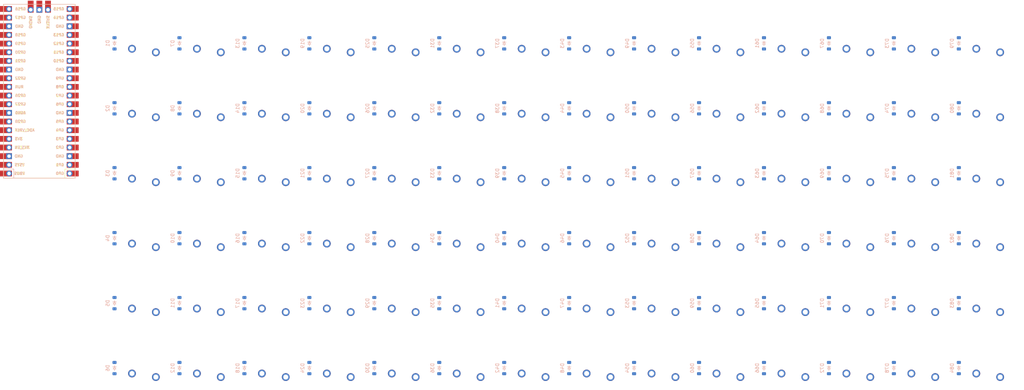
<source format=kicad_pcb>
(kicad_pcb (version 20240108) (generator "pcbnew") (generator_version "8.0")
  (layers (0 "F.Cu" signal) (31 "B.Cu" signal) (34 "B.Paste" user) (35 "F.Paste" user) (36 "B.SilkS" user "B.Silkscreen") (37 "F.SilkS" user "F.Silkscreen") (38 "B.Mask" user) (39 "F.Mask" user) (44 "Edge.Cuts" user))
  (net 0 "")
  (net 1 "Net-(D1-A)")
  (net 2 "ROW0")
  (net 3 "ROW1")
  (net 4 "Net-(D2-A)")
  (net 5 "ROW2")
  (net 6 "Net-(D3-A)")
  (net 7 "ROW3")
  (net 8 "Net-(D4-A)")
  (net 9 "ROW4")
  (net 10 "Net-(D5-A)")
  (net 11 "Net-(D6-A)")
  (net 12 "ROW5")
  (net 13 "Net-(D7-A)")
  (net 14 "Net-(D8-A)")
  (net 15 "Net-(D9-A)")
  (net 16 "Net-(D10-A)")
  (net 17 "Net-(D11-A)")
  (net 18 "Net-(D12-A)")
  (net 19 "Net-(D13-A)")
  (net 20 "Net-(D14-A)")
  (net 21 "Net-(D15-A)")
  (net 22 "Net-(D16-A)")
  (net 23 "Net-(D17-A)")
  (net 24 "Net-(D18-A)")
  (net 25 "Net-(D19-A)")
  (net 26 "Net-(D20-A)")
  (net 27 "Net-(D21-A)")
  (net 28 "Net-(D22-A)")
  (net 29 "Net-(D23-A)")
  (net 30 "Net-(D24-A)")
  (net 31 "Net-(D25-A)")
  (net 32 "Net-(D26-A)")
  (net 33 "Net-(D27-A)")
  (net 34 "Net-(D28-A)")
  (net 35 "Net-(D29-A)")
  (net 36 "Net-(D30-A)")
  (net 37 "Net-(D31-A)")
  (net 38 "Net-(D32-A)")
  (net 39 "Net-(D33-A)")
  (net 40 "Net-(D34-A)")
  (net 41 "Net-(D35-A)")
  (net 42 "Net-(D36-A)")
  (net 43 "Net-(D37-A)")
  (net 44 "Net-(D38-A)")
  (net 45 "Net-(D39-A)")
  (net 46 "Net-(D40-A)")
  (net 47 "Net-(D41-A)")
  (net 48 "Net-(D42-A)")
  (net 49 "Net-(D43-A)")
  (net 50 "Net-(D44-A)")
  (net 51 "Net-(D45-A)")
  (net 52 "Net-(D46-A)")
  (net 53 "Net-(D47-A)")
  (net 54 "Net-(D48-A)")
  (net 55 "Net-(D49-A)")
  (net 56 "Net-(D50-A)")
  (net 57 "Net-(D51-A)")
  (net 58 "Net-(D52-A)")
  (net 59 "Net-(D53-A)")
  (net 60 "Net-(D54-A)")
  (net 61 "Net-(D55-A)")
  (net 62 "Net-(D56-A)")
  (net 63 "Net-(D57-A)")
  (net 64 "Net-(D58-A)")
  (net 65 "Net-(D59-A)")
  (net 66 "Net-(D60-A)")
  (net 67 "Net-(D61-A)")
  (net 68 "Net-(D62-A)")
  (net 69 "Net-(D63-A)")
  (net 70 "Net-(D64-A)")
  (net 71 "Net-(D65-A)")
  (net 72 "Net-(D66-A)")
  (net 73 "Net-(D67-A)")
  (net 74 "Net-(D68-A)")
  (net 75 "Net-(D69-A)")
  (net 76 "Net-(D70-A)")
  (net 77 "Net-(D71-A)")
  (net 78 "Net-(D72-A)")
  (net 79 "Net-(D73-A)")
  (net 80 "Net-(D74-A)")
  (net 81 "Net-(D75-A)")
  (net 82 "Net-(D76-A)")
  (net 83 "Net-(D77-A)")
  (net 84 "Net-(D78-A)")
  (net 85 "Net-(D79-A)")
  (net 86 "Net-(D80-A)")
  (net 87 "Net-(D81-A)")
  (net 88 "Net-(D82-A)")
  (net 89 "Net-(D83-A)")
  (net 90 "Net-(D84-A)")
  (net 91 "COL0")
  (net 92 "COL1")
  (net 93 "COL2")
  (net 94 "COL3")
  (net 95 "COL4")
  (net 96 "COL5")
  (net 97 "COL6")
  (net 98 "COL7")
  (net 99 "COL8")
  (net 100 "COL9")
  (net 101 "COL10")
  (net 102 "COL11")
  (net 103 "COL12")
  (net 104 "COL13")
  (footprint "Gateron_KS33_Solderable:Gateron-KS33-Solderable-1U" (layer "F.Cu") (at 189.775 33.4)
    (property "Reference" "SW49")
    (property "Value" "Push")
    (pad "" np_thru_hole circle (at 0 0 180) (size 5.1 5.1) (drill 5.1) (layers "F&B.Cu" "*.Mask"))
    (pad "1" thru_hole circle (at -4.4 4.7 180) (size 2.3 2.3) (drill 1.45) (layers "*.Cu" "B.Mask") (net 55 "Net-(D49-A)"))
    (pad "2" thru_hole circle (at 2.6 5.75 180) (size 2.3 2.3) (drill 1.45) (layers "*.Cu" "B.Mask") (net 99 "COL8"))
  )
  (footprint "Gateron_KS33_Solderable:Gateron-KS33-Solderable-1U" (layer "F.Cu") (at 227.875 90.55)
    (property "Reference" "SW64")
    (property "Value" "Push")
    (pad "" np_thru_hole circle (at 0 0 180) (size 5.1 5.1) (drill 5.1) (layers "F&B.Cu" "*.Mask"))
    (pad "1" thru_hole circle (at -4.4 4.7 180) (size 2.3 2.3) (drill 1.45) (layers "*.Cu" "B.Mask") (net 70 "Net-(D64-A)"))
    (pad "2" thru_hole circle (at 2.6 5.75 180) (size 2.3 2.3) (drill 1.45) (layers "*.Cu" "B.Mask") (net 101 "COL10"))
  )
  (footprint "Gateron_KS33_Solderable:Gateron-KS33-Solderable-1U" (layer "F.Cu") (at 170.725 90.55)
    (property "Reference" "SW46")
    (property "Value" "Push")
    (pad "" np_thru_hole circle (at 0 0 180) (size 5.1 5.1) (drill 5.1) (layers "F&B.Cu" "*.Mask"))
    (pad "1" thru_hole circle (at -4.4 4.7 180) (size 2.3 2.3) (drill 1.45) (layers "*.Cu" "B.Mask") (net 52 "Net-(D46-A)"))
    (pad "2" thru_hole circle (at 2.6 5.75 180) (size 2.3 2.3) (drill 1.45) (layers "*.Cu" "B.Mask") (net 98 "COL7"))
  )
  (footprint "Gateron_KS33_Solderable:Gateron-KS33-Solderable-1U" (layer "F.Cu") (at 151.675 128.65)
    (property "Reference" "SW42")
    (property "Value" "Push")
    (pad "" np_thru_hole circle (at 0 0 180) (size 5.1 5.1) (drill 5.1) (layers "F&B.Cu" "*.Mask"))
    (pad "1" thru_hole circle (at -4.4 4.7 180) (size 2.3 2.3) (drill 1.45) (layers "*.Cu" "B.Mask") (net 48 "Net-(D42-A)"))
    (pad "2" thru_hole circle (at 2.6 5.75 180) (size 2.3 2.3) (drill 1.45) (layers "*.Cu" "B.Mask") (net 97 "COL6"))
  )
  (footprint "Gateron_KS33_Solderable:Gateron-KS33-Solderable-1U" (layer "F.Cu") (at 208.825 52.45)
    (property "Reference" "SW56")
    (property "Value" "Push")
    (pad "" np_thru_hole circle (at 0 0 180) (size 5.1 5.1) (drill 5.1) (layers "F&B.Cu" "*.Mask"))
    (pad "1" thru_hole circle (at -4.4 4.7 180) (size 2.3 2.3) (drill 1.45) (layers "*.Cu" "B.Mask") (net 62 "Net-(D56-A)"))
    (pad "2" thru_hole circle (at 2.6 5.75 180) (size 2.3 2.3) (drill 1.45) (layers "*.Cu" "B.Mask") (net 100 "COL9"))
  )
  (footprint "Gateron_KS33_Solderable:Gateron-KS33-Solderable-1U" (layer "F.Cu") (at 285.025 52.45)
    (property "Reference" "SW80")
    (property "Value" "Push")
    (pad "" np_thru_hole circle (at 0 0 180) (size 5.1 5.1) (drill 5.1) (layers "F&B.Cu" "*.Mask"))
    (pad "1" thru_hole circle (at -4.4 4.7 180) (size 2.3 2.3) (drill 1.45) (layers "*.Cu" "B.Mask") (net 86 "Net-(D80-A)"))
    (pad "2" thru_hole circle (at 2.6 5.75 180) (size 2.3 2.3) (drill 1.45) (layers "*.Cu" "B.Mask") (net 104 "COL13"))
  )
  (footprint "Gateron_KS33_Solderable:Gateron-KS33-Solderable-1U" (layer "F.Cu") (at 151.675 109.6)
    (property "Reference" "SW41")
    (property "Value" "Push")
    (pad "" np_thru_hole circle (at 0 0 180) (size 5.1 5.1) (drill 5.1) (layers "F&B.Cu" "*.Mask"))
    (pad "1" thru_hole circle (at -4.4 4.7 180) (size 2.3 2.3) (drill 1.45) (layers "*.Cu" "B.Mask") (net 47 "Net-(D41-A)"))
    (pad "2" thru_hole circle (at 2.6 5.75 180) (size 2.3 2.3) (drill 1.45) (layers "*.Cu" "B.Mask") (net 97 "COL6"))
  )
  (footprint "Gateron_KS33_Solderable:Gateron-KS33-Solderable-1U" (layer "F.Cu") (at 37.375 71.5)
    (property "Reference" "SW3")
    (property "Value" "Push")
    (pad "" np_thru_hole circle (at 0 0 180) (size 5.1 5.1) (drill 5.1) (layers "F&B.Cu" "*.Mask"))
    (pad "1" thru_hole circle (at -4.4 4.7 180) (size 2.3 2.3) (drill 1.45) (layers "*.Cu" "B.Mask") (net 6 "Net-(D3-A)"))
    (pad "2" thru_hole circle (at 2.6 5.75 180) (size 2.3 2.3) (drill 1.45) (layers "*.Cu" "B.Mask") (net 91 "COL0"))
  )
  (footprint "Gateron_KS33_Solderable:Gateron-KS33-Solderable-1U" (layer "F.Cu") (at 37.375 33.4)
    (property "Reference" "SW1")
    (property "Value" "Push")
    (pad "" np_thru_hole circle (at 0 0 180) (size 5.1 5.1) (drill 5.1) (layers "F&B.Cu" "*.Mask"))
    (pad "1" thru_hole circle (at -4.4 4.7 180) (size 2.3 2.3) (drill 1.45) (layers "*.Cu" "B.Mask") (net 1 "Net-(D1-A)"))
    (pad "2" thru_hole circle (at 2.6 5.75 180) (size 2.3 2.3) (drill 1.45) (layers "*.Cu" "B.Mask") (net 91 "COL0"))
  )
  (footprint "Gateron_KS33_Solderable:Gateron-KS33-Solderable-1U" (layer "F.Cu") (at 208.825 109.6)
    (property "Reference" "SW59")
    (property "Value" "Push")
    (pad "" np_thru_hole circle (at 0 0 180) (size 5.1 5.1) (drill 5.1) (layers "F&B.Cu" "*.Mask"))
    (pad "1" thru_hole circle (at -4.4 4.7 180) (size 2.3 2.3) (drill 1.45) (layers "*.Cu" "B.Mask") (net 65 "Net-(D59-A)"))
    (pad "2" thru_hole circle (at 2.6 5.75 180) (size 2.3 2.3) (drill 1.45) (layers "*.Cu" "B.Mask") (net 100 "COL9"))
  )
  (footprint "Gateron_KS33_Solderable:Gateron-KS33-Solderable-1U" (layer "F.Cu") (at 113.575 109.6)
    (property "Reference" "SW29")
    (property "Value" "Push")
    (pad "" np_thru_hole circle (at 0 0 180) (size 5.1 5.1) (drill 5.1) (layers "F&B.Cu" "*.Mask"))
    (pad "1" thru_hole circle (at -4.4 4.7 180) (size 2.3 2.3) (drill 1.45) (layers "*.Cu" "B.Mask") (net 35 "Net-(D29-A)"))
    (pad "2" thru_hole circle (at 2.6 5.75 180) (size 2.3 2.3) (drill 1.45) (layers "*.Cu" "B.Mask") (net 95 "COL4"))
  )
  (footprint "Gateron_KS33_Solderable:Gateron-KS33-Solderable-1U" (layer "F.Cu") (at 285.025 33.4)
    (property "Reference" "SW79")
    (property "Value" "Push")
    (pad "" np_thru_hole circle (at 0 0 180) (size 5.1 5.1) (drill 5.1) (layers "F&B.Cu" "*.Mask"))
    (pad "1" thru_hole circle (at -4.4 4.7 180) (size 2.3 2.3) (drill 1.45) (layers "*.Cu" "B.Mask") (net 85 "Net-(D79-A)"))
    (pad "2" thru_hole circle (at 2.6 5.75 180) (size 2.3 2.3) (drill 1.45) (layers "*.Cu" "B.Mask") (net 104 "COL13"))
  )
  (footprint "Gateron_KS33_Solderable:Gateron-KS33-Solderable-1U" (layer "F.Cu") (at 189.775 128.65)
    (property "Reference" "SW54")
    (property "Value" "Push")
    (pad "" np_thru_hole circle (at 0 0 180) (size 5.1 5.1) (drill 5.1) (layers "F&B.Cu" "*.Mask"))
    (pad "1" thru_hole circle (at -4.4 4.7 180) (size 2.3 2.3) (drill 1.45) (layers "*.Cu" "B.Mask") (net 60 "Net-(D54-A)"))
    (pad "2" thru_hole circle (at 2.6 5.75 180) (size 2.3 2.3) (drill 1.45) (layers "*.Cu" "B.Mask") (net 99 "COL8"))
  )
  (footprint "Gateron_KS33_Solderable:Gateron-KS33-Solderable-1U" (layer "F.Cu") (at 208.825 71.5)
    (property "Reference" "SW57")
    (property "Value" "Push")
    (pad "" np_thru_hole circle (at 0 0 180) (size 5.1 5.1) (drill 5.1) (layers "F&B.Cu" "*.Mask"))
    (pad "1" thru_hole circle (at -4.4 4.7 180) (size 2.3 2.3) (drill 1.45) (layers "*.Cu" "B.Mask") (net 63 "Net-(D57-A)"))
    (pad "2" thru_hole circle (at 2.6 5.75 180) (size 2.3 2.3) (drill 1.45) (layers "*.Cu" "B.Mask") (net 100 "COL9"))
  )
  (footprint "Gateron_KS33_Solderable:Gateron-KS33-Solderable-1U" (layer "F.Cu") (at 170.725 109.6)
    (property "Reference" "SW47")
    (property "Value" "Push")
    (pad "" np_thru_hole circle (at 0 0 180) (size 5.1 5.1) (drill 5.1) (layers "F&B.Cu" "*.Mask"))
    (pad "1" thru_hole circle (at -4.4 4.7 180) (size 2.3 2.3) (drill 1.45) (layers "*.Cu" "B.Mask") (net 53 "Net-(D47-A)"))
    (pad "2" thru_hole circle (at 2.6 5.75 180) (size 2.3 2.3) (drill 1.45) (layers "*.Cu" "B.Mask") (net 98 "COL7"))
  )
  (footprint "Gateron_KS33_Solderable:Gateron-KS33-Solderable-1U" (layer "F.Cu") (at 265.975 109.6)
    (property "Reference" "SW77")
    (property "Value" "Push")
    (pad "" np_thru_hole circle (at 0 0 180) (size 5.1 5.1) (drill 5.1) (layers "F&B.Cu" "*.Mask"))
    (pad "1" thru_hole circle (at -4.4 4.7 180) (size 2.3 2.3) (drill 1.45) (layers "*.Cu" "B.Mask") (net 83 "Net-(D77-A)"))
    (pad "2" thru_hole circle (at 2.6 5.75 180) (size 2.3 2.3) (drill 1.45) (layers "*.Cu" "B.Mask") (net 103 "COL12"))
  )
  (footprint "Gateron_KS33_Solderable:Gateron-KS33-Solderable-1U" (layer "F.Cu") (at 75.475 33.4)
    (property "Reference" "SW13")
    (property "Value" "Push")
    (pad "" np_thru_hole circle (at 0 0 180) (size 5.1 5.1) (drill 5.1) (layers "F&B.Cu" "*.Mask"))
    (pad "1" thru_hole circle (at -4.4 4.7 180) (size 2.3 2.3) (drill 1.45) (layers "*.Cu" "B.Mask") (net 19 "Net-(D13-A)"))
    (pad "2" thru_hole circle (at 2.6 5.75 180) (size 2.3 2.3) (drill 1.45) (layers "*.Cu" "B.Mask") (net 93 "COL2"))
  )
  (footprint "Gateron_KS33_Solderable:Gateron-KS33-Solderable-1U" (layer "F.Cu") (at 151.675 71.5)
    (property "Reference" "SW39")
    (property "Value" "Push")
    (pad "" np_thru_hole circle (at 0 0 180) (size 5.1 5.1) (drill 5.1) (layers "F&B.Cu" "*.Mask"))
    (pad "1" thru_hole circle (at -4.4 4.7 180) (size 2.3 2.3) (drill 1.45) (layers "*.Cu" "B.Mask") (net 45 "Net-(D39-A)"))
    (pad "2" thru_hole circle (at 2.6 5.75 180) (size 2.3 2.3) (drill 1.45) (layers "*.Cu" "B.Mask") (net 97 "COL6"))
  )
  (footprint "Gateron_KS33_Solderable:Gateron-KS33-Solderable-1U" (layer "F.Cu") (at 246.925 109.6)
    (property "Reference" "SW71")
    (property "Value" "Push")
    (pad "" np_thru_hole circle (at 0 0 180) (size 5.1 5.1) (drill 5.1) (layers "F&B.Cu" "*.Mask"))
    (pad "1" thru_hole circle (at -4.4 4.7 180) (size 2.3 2.3) (drill 1.45) (layers "*.Cu" "B.Mask") (net 77 "Net-(D71-A)"))
    (pad "2" thru_hole circle (at 2.6 5.75 180) (size 2.3 2.3) (drill 1.45) (layers "*.Cu" "B.Mask") (net 102 "COL11"))
  )
  (footprint "Gateron_KS33_Solderable:Gateron-KS33-Solderable-1U" (layer "F.Cu") (at 37.375 90.55)
    (property "Reference" "SW4")
    (property "Value" "Push")
    (pad "" np_thru_hole circle (at 0 0 180) (size 5.1 5.1) (drill 5.1) (layers "F&B.Cu" "*.Mask"))
    (pad "1" thru_hole circle (at -4.4 4.7 180) (size 2.3 2.3) (drill 1.45) (layers "*.Cu" "B.Mask") (net 8 "Net-(D4-A)"))
    (pad "2" thru_hole circle (at 2.6 5.75 180) (size 2.3 2.3) (drill 1.45) (layers "*.Cu" "B.Mask") (net 91 "COL0"))
  )
  (footprint "Gateron_KS33_Solderable:Gateron-KS33-Solderable-1U" (layer "F.Cu") (at 285.025 109.6)
    (property "Reference" "SW83")
    (property "Value" "Push")
    (pad "" np_thru_hole circle (at 0 0 180) (size 5.1 5.1) (drill 5.1) (layers "F&B.Cu" "*.Mask"))
    (pad "1" thru_hole circle (at -4.4 4.7 180) (size 2.3 2.3) (drill 1.45) (layers "*.Cu" "B.Mask") (net 89 "Net-(D83-A)"))
    (pad "2" thru_hole circle (at 2.6 5.75 180) (size 2.3 2.3) (drill 1.45) (layers "*.Cu" "B.Mask") (net 104 "COL13"))
  )
  (footprint "Gateron_KS33_Solderable:Gateron-KS33-Solderable-1U" (layer "F.Cu") (at 94.525 52.45)
    (property "Reference" "SW20")
    (property "Value" "Push")
    (pad "" np_thru_hole circle (at 0 0 180) (size 5.1 5.1) (drill 5.1) (layers "F&B.Cu" "*.Mask"))
    (pad "1" thru_hole circle (at -4.4 4.7 180) (size 2.3 2.3) (drill 1.45) (layers "*.Cu" "B.Mask") (net 26 "Net-(D20-A)"))
    (pad "2" thru_hole circle (at 2.6 5.75 180) (size 2.3 2.3) (drill 1.45) (layers "*.Cu" "B.Mask") (net 94 "COL3"))
  )
  (footprint "Gateron_KS33_Solderable:Gateron-KS33-Solderable-1U" (layer "F.Cu") (at 208.825 90.55)
    (property "Reference" "SW58")
    (property "Value" "Push")
    (pad "" np_thru_hole circle (at 0 0 180) (size 5.1 5.1) (drill 5.1) (layers "F&B.Cu" "*.Mask"))
    (pad "1" thru_hole circle (at -4.4 4.7 180) (size 2.3 2.3) (drill 1.45) (layers "*.Cu" "B.Mask") (net 64 "Net-(D58-A)"))
    (pad "2" thru_hole circle (at 2.6 5.75 180) (size 2.3 2.3) (drill 1.45) (layers "*.Cu" "B.Mask") (net 100 "COL9"))
  )
  (footprint "Gateron_KS33_Solderable:Gateron-KS33-Solderable-1U" (layer "F.Cu") (at 75.475 128.65)
    (property "Reference" "SW18")
    (property "Value" "Push")
    (pad "" np_thru_hole circle (at 0 0 180) (size 5.1 5.1) (drill 5.1) (layers "F&B.Cu" "*.Mask"))
    (pad "1" thru_hole circle (at -4.4 4.7 180) (size 2.3 2.3) (drill 1.45) (layers "*.Cu" "B.Mask") (net 24 "Net-(D18-A)"))
    (pad "2" thru_hole circle (at 2.6 5.75 180) (size 2.3 2.3) (drill 1.45) (layers "*.Cu" "B.Mask") (net 93 "COL2"))
  )
  (footprint "Gateron_KS33_Solderable:Gateron-KS33-Solderable-1U" (layer "F.Cu") (at 227.875 33.4)
    (property "Reference" "SW61")
    (property "Value" "Push")
    (pad "" np_thru_hole circle (at 0 0 180) (size 5.1 5.1) (drill 5.1) (layers "F&B.Cu" "*.Mask"))
    (pad "1" thru_hole circle (at -4.4 4.7 180) (size 2.3 2.3) (drill 1.45) (layers "*.Cu" "B.Mask") (net 67 "Net-(D61-A)"))
    (pad "2" thru_hole circle (at 2.6 5.75 180) (size 2.3 2.3) (drill 1.45) (layers "*.Cu" "B.Mask") (net 101 "COL10"))
  )
  (footprint "Gateron_KS33_Solderable:Gateron-KS33-Solderable-1U" (layer "F.Cu") (at 94.525 128.65)
    (property "Reference" "SW24")
    (property "Value" "Push")
    (pad "" np_thru_hole circle (at 0 0 180) (size 5.1 5.1) (drill 5.1) (layers "F&B.Cu" "*.Mask"))
    (pad "1" thru_hole circle (at -4.4 4.7 180) (size 2.3 2.3) (drill 1.45) (layers "*.Cu" "B.Mask") (net 30 "Net-(D24-A)"))
    (pad "2" thru_hole circle (at 2.6 5.75 180) (size 2.3 2.3) (drill 1.45) (layers "*.Cu" "B.Mask") (net 94 "COL3"))
  )
  (footprint "Gateron_KS33_Solderable:Gateron-KS33-Solderable-1U" (layer "F.Cu") (at 132.625 128.65)
    (property "Reference" "SW36")
    (property "Value" "Push")
    (pad "" np_thru_hole circle (at 0 0 180) (size 5.1 5.1) (drill 5.1) (layers "F&B.Cu" "*.Mask"))
    (pad "1" thru_hole circle (at -4.4 4.7 180) (size 2.3 2.3) (drill 1.45) (layers "*.Cu" "B.Mask") (net 42 "Net-(D36-A)"))
    (pad "2" thru_hole circle (at 2.6 5.75 180) (size 2.3 2.3) (drill 1.45) (layers "*.Cu" "B.Mask") (net 96 "COL5"))
  )
  (footprint "Gateron_KS33_Solderable:Gateron-KS33-Solderable-1U" (layer "F.Cu") (at 227.875 128.65)
    (property "Reference" "SW66")
    (property "Value" "Push")
    (pad "" np_thru_hole circle (at 0 0 180) (size 5.1 5.1) (drill 5.1) (layers "F&B.Cu" "*.Mask"))
    (pad "1" thru_hole circle (at -4.4 4.7 180) (size 2.3 2.3) (drill 1.45) (layers "*.Cu" "B.Mask") (net 72 "Net-(D66-A)"))
    (pad "2" thru_hole circle (at 2.6 5.75 180) (size 2.3 2.3) (drill 1.45) (layers "*.Cu" "B.Mask") (net 101 "COL10"))
  )
  (footprint "Gateron_KS33_Solderable:Gateron-KS33-Solderable-1U" (layer "F.Cu") (at 170.725 33.4)
    (property "Reference" "SW43")
    (property "Value" "Push")
    (pad "" np_thru_hole circle (at 0 0 180) (size 5.1 5.1) (drill 5.1) (layers "F&B.Cu" "*.Mask"))
    (pad "1" thru_hole circle (at -4.4 4.7 180) (size 2.3 2.3) (drill 1.45) (layers "*.Cu" "B.Mask") (net 49 "Net-(D43-A)"))
    (pad "2" thru_hole circle (at 2.6 5.75 180) (size 2.3 2.3) (drill 1.45) (layers "*.Cu" "B.Mask") (net 98 "COL7"))
  )
  (footprint "Gateron_KS33_Solderable:Gateron-KS33-Solderable-1U" (layer "F.Cu") (at 56.425 90.55)
    (property "Reference" "SW10")
    (property "Value" "Push")
    (pad "" np_thru_hole circle (at 0 0 180) (size 5.1 5.1) (drill 5.1) (layers "F&B.Cu" "*.Mask"))
    (pad "1" thru_hole circle (at -4.4 4.7 180) (size 2.3 2.3) (drill 1.45) (layers "*.Cu" "B.Mask") (net 16 "Net-(D10-A)"))
    (pad "2" thru_hole circle (at 2.6 5.75 180) (size 2.3 2.3) (drill 1.45) (layers "*.Cu" "B.Mask") (net 92 "COL1"))
  )
  (footprint "Gateron_KS33_Solderable:Gateron-KS33-Solderable-1U" (layer "F.Cu") (at 113.575 90.55)
    (property "Reference" "SW28")
    (property "Value" "Push")
    (pad "" np_thru_hole circle (at 0 0 180) (size 5.1 5.1) (drill 5.1) (layers "F&B.Cu" "*.Mask"))
    (pad "1" thru_hole circle (at -4.4 4.7 180) (size 2.3 2.3) (drill 1.45) (layers "*.Cu" "B.Mask") (net 34 "Net-(D28-A)"))
    (pad "2" thru_hole circle (at 2.6 5.75 180) (size 2.3 2.3) (drill 1.45) (layers "*.Cu" "B.Mask") (net 95 "COL4"))
  )
  (footprint "Gateron_KS33_Solderable:Gateron-KS33-Solderable-1U" (layer "F.Cu") (at 285.025 90.55)
    (property "Reference" "SW82")
    (property "Value" "Push")
    (pad "" np_thru_hole circle (at 0 0 180) (size 5.1 5.1) (drill 5.1) (layers "F&B.Cu" "*.Mask"))
    (pad "1" thru_hole circle (at -4.4 4.7 180) (size 2.3 2.3) (drill 1.45) (layers "*.Cu" "B.Mask") (net 88 "Net-(D82-A)"))
    (pad "2" thru_hole circle (at 2.6 5.75 180) (size 2.3 2.3) (drill 1.45) (layers "*.Cu" "B.Mask") (net 104 "COL13"))
  )
  (footprint "Gateron_KS33_Solderable:Gateron-KS33-Solderable-1U" (layer "F.Cu") (at 265.975 52.45)
    (property "Reference" "SW74")
    (property "Value" "Push")
    (pad "" np_thru_hole circle (at 0 0 180) (size 5.1 5.1) (drill 5.1) (layers "F&B.Cu" "*.Mask"))
    (pad "1" thru_hole circle (at -4.4 4.7 180) (size 2.3 2.3) (drill 1.45) (layers "*.Cu" "B.Mask") (net 80 "Net-(D74-A)"))
    (pad "2" thru_hole circle (at 2.6 5.75 180) (size 2.3 2.3) (drill 1.45) (layers "*.Cu" "B.Mask") (net 103 "COL12"))
  )
  (footprint "Gateron_KS33_Solderable:Gateron-KS33-Solderable-1U" (layer "F.Cu") (at 246.925 33.4)
    (property "Reference" "SW67")
    (property "Value" "Push")
    (pad "" np_thru_hole circle (at 0 0 180) (size 5.1 5.1) (drill 5.1) (layers "F&B.Cu" "*.Mask"))
    (pad "1" thru_hole circle (at -4.4 4.7 180) (size 2.3 2.3) (drill 1.45) (layers "*.Cu" "B.Mask") (net 73 "Net-(D67-A)"))
    (pad "2" thru_hole circle (at 2.6 5.75 180) (size 2.3 2.3) (drill 1.45) (layers "*.Cu" "B.Mask") (net 102 "COL11"))
  )
  (footprint "Gateron_KS33_Solderable:Gateron-KS33-Solderable-1U" (layer "F.Cu") (at 285.025 71.5)
    (property "Reference" "SW81")
    (property "Value" "Push")
    (pad "" np_thru_hole circle (at 0 0 180) (size 5.1 5.1) (drill 5.1) (layers "F&B.Cu" "*.Mask"))
    (pad "1" thru_hole circle (at -4.4 4.7 180) (size 2.3 2.3) (drill 1.45) (layers "*.Cu" "B.Mask") (net 87 "Net-(D81-A)"))
    (pad "2" thru_hole circle (at 2.6 5.75 180) (size 2.3 2.3) (drill 1.45) (layers "*.Cu" "B.Mask") (net 104 "COL13"))
  )
  (footprint "Gateron_KS33_Solderable:Gateron-KS33-Solderable-1U" (layer "F.Cu") (at 246.925 52.45)
    (property "Reference" "SW68")
    (property "Value" "Push")
    (pad "" np_thru_hole circle (at 0 0 180) (size 5.1 5.1) (drill 5.1) (layers "F&B.Cu" "*.Mask"))
    (pad "1" thru_hole circle (at -4.4 4.7 180) (size 2.3 2.3) (drill 1.45) (layers "*.Cu" "B.Mask") (net 74 "Net-(D68-A)"))
    (pad "2" thru_hole circle (at 2.6 5.75 180) (size 2.3 2.3) (drill 1.45) (layers "*.Cu" "B.Mask") (net 102 "COL11"))
  )
  (footprint "Gateron_KS33_Solderable:Gateron-KS33-Solderable-1U" (layer "F.Cu") (at 189.775 71.5)
    (property "Reference" "SW51")
    (property "Value" "Push")
    (pad "" np_thru_hole circle (at 0 0 180) (size 5.1 5.1) (drill 5.1) (layers "F&B.Cu" "*.Mask"))
    (pad "1" thru_hole circle (at -4.4 4.7 180) (size 2.3 2.3) (drill 1.45) (layers "*.Cu" "B.Mask") (net 57 "Net-(D51-A)"))
    (pad "2" thru_hole circle (at 2.6 5.75 180) (size 2.3 2.3) (drill 1.45) (layers "*.Cu" "B.Mask") (net 99 "COL8"))
  )
  (footprint "Gateron_KS33_Solderable:Gateron-KS33-Solderable-1U" (layer "F.Cu") (at 37.375 52.45)
    (property "Reference" "SW2")
    (property "Value" "Push")
    (pad "" np_thru_hole circle (at 0 0 180) (size 5.1 5.1) (drill 5.1) (layers "F&B.Cu" "*.Mask"))
    (pad "1" thru_hole circle (at -4.4 4.7 180) (size 2.3 2.3) (drill 1.45) (layers "*.Cu" "B.Mask") (net 4 "Net-(D2-A)"))
    (pad "2" thru_hole circle (at 2.6 5.75 180) (size 2.3 2.3) (drill 1.45) (layers "*.Cu" "B.Mask") (net 91 "COL0"))
  )
  (footprint "Gateron_KS33_Solderable:Gateron-KS33-Solderable-1U" (layer "F.Cu") (at 189.775 52.45)
    (property "Reference" "SW50")
    (property "Value" "Push")
    (pad "" np_thru_hole circle (at 0 0 180) (size 5.1 5.1) (drill 5.1) (layers "F&B.Cu" "*.Mask"))
    (pad "1" thru_hole circle (at -4.4 4.7 180) (size 2.3 2.3) (drill 1.45) (layers "*.Cu" "B.Mask") (net 56 "Net-(D50-A)"))
    (pad "2" thru_hole circle (at 2.6 5.75 180) (size 2.3 2.3) (drill 1.45) (layers "*.Cu" "B.Mask") (net 99 "COL8"))
  )
  (footprint "Gateron_KS33_Solderable:Gateron-KS33-Solderable-1U" (layer "F.Cu") (at 56.425 71.5)
    (property "Reference" "SW9")
    (property "Value" "Push")
    (pad "" np_thru_hole circle (at 0 0 180) (size 5.1 5.1) (drill 5.1) (layers "F&B.Cu" "*.Mask"))
    (pad "1" thru_hole circle (at -4.4 4.7 180) (size 2.3 2.3) (drill 1.45) (layers "*.Cu" "B.Mask") (net 15 "Net-(D9-A)"))
    (pad "2" thru_hole circle (at 2.6 5.75 180) (size 2.3 2.3) (drill 1.45) (layers "*.Cu" "B.Mask") (net 92 "COL1"))
  )
  (footprint "Gateron_KS33_Solderable:Gateron-KS33-Solderable-1U" (layer "F.Cu") (at 56.425 128.65)
    (property "Reference" "SW12")
    (property "Value" "Push")
    (pad "" np_thru_hole circle (at 0 0 180) (size 5.1 5.1) (drill 5.1) (layers "F&B.Cu" "*.Mask"))
    (pad "1" thru_hole circle (at -4.4 4.7 180) (size 2.3 2.3) (drill 1.45) (layers "*.Cu" "B.Mask") (net 18 "Net-(D12-A)"))
    (pad "2" thru_hole circle (at 2.6 5.75 180) (size 2.3 2.3) (drill 1.45) (layers "*.Cu" "B.Mask") (net 92 "COL1"))
  )
  (footprint "Gateron_KS33_Solderable:Gateron-KS33-Solderable-1U" (layer "F.Cu") (at 94.525 109.6)
    (property "Reference" "SW23")
    (property "Value" "Push")
    (pad "" np_thru_hole circle (at 0 0 180) (size 5.1 5.1) (drill 5.1) (layers "F&B.Cu" "*.Mask"))
    (pad "1" thru_hole circle (at -4.4 4.7 180) (size 2.3 2.3) (drill 1.45) (layers "*.Cu" "B.Mask") (net 29 "Net-(D23-A)"))
    (pad "2" thru_hole circle (at 2.6 5.75 180) (size 2.3 2.3) (drill 1.45) (layers "*.Cu" "B.Mask") (net 94 "COL3"))
  )
  (footprint "Gateron_KS33_Solderable:Gateron-KS33-Solderable-1U" (layer "F.Cu") (at 170.725 128.65)
    (property "Reference" "SW48")
    (property "Value" "Push")
    (pad "" np_thru_hole circle (at 0 0 180) (size 5.1 5.1) (drill 5.1) (layers "F&B.Cu" "*.Mask"))
    (pad "1" thru_hole circle (at -4.4 4.7 180) (size 2.3 2.3) (drill 1.45) (layers "*.Cu" "B.Mask") (net 54 "Net-(D48-A)"))
    (pad "2" thru_hole circle (at 2.6 5.75 180) (size 2.3 2.3) (drill 1.45) (layers "*.Cu" "B.Mask") (net 98 "COL7"))
  )
  (footprint "Gateron_KS33_Solderable:Gateron-KS33-Solderable-1U" (layer "F.Cu") (at 189.775 109.6)
    (property "Reference" "SW53")
    (property "Value" "Push")
    (pad "" np_thru_hole circle (at 0 0 180) (size 5.1 5.1) (drill 5.1) (layers "F&B.Cu" "*.Mask"))
    (pad "1" thru_hole circle (at -4.4 4.7 180) (size 2.3 2.3) (drill 1.45) (layers "*.Cu" "B.Mask") (net 59 "Net-(D53-A)"))
    (pad "2" thru_hole circle (at 2.6 5.75 180) (size 2.3 2.3) (drill 1.45) (layers "*.Cu" "B.Mask") (net 99 "COL8"))
  )
  (footprint "Gateron_KS33_Solderable:Gateron-KS33-Solderable-1U" (layer "F.Cu") (at 37.375 128.65)
    (property "Reference" "SW6")
    (property "Value" "Push")
    (pad "" np_thru_hole circle (at 0 0 180) (size 5.1 5.1) (drill 5.1) (layers "F&B.Cu" "*.Mask"))
    (pad "1" thru_hole circle (at -4.4 4.7 180) (size 2.3 2.3) (drill 1.45) (layers "*.Cu" "B.Mask") (net 11 "Net-(D6-A)"))
    (pad "2" thru_hole circle (at 2.6 5.75 180) (size 2.3 2.3) (drill 1.45) (layers "*.Cu" "B.Mask") (net 91 "COL0"))
  )
  (footprint "Gateron_KS33_Solderable:Gateron-KS33-Solderable-1U" (layer "F.Cu") (at 132.625 71.5)
    (property "Reference" "SW33")
    (property "Value" "Push")
    (pad "" np_thru_hole circle (at 0 0 180) (size 5.1 5.1) (drill 5.1) (layers "F&B.Cu" "*.Mask"))
    (pad "1" thru_hole circle (at -4.4 4.7 180) (size 2.3 2.3) (drill 1.45) (layers "*.Cu" "B.Mask") (net 39 "Net-(D33-A)"))
    (pad "2" thru_hole circle (at 2.6 5.75 180) (size 2.3 2.3) (drill 1.45) (layers "*.Cu" "B.Mask") (net 96 "COL5"))
  )
  (footprint "Gateron_KS33_Solderable:Gateron-KS33-Solderable-1U" (layer "F.Cu") (at 151.675 90.55)
    (property "Reference" "SW40")
    (property "Value" "Push")
    (pad "" np_thru_hole circle (at 0 0 180) (size 5.1 5.1) (drill 5.1) (layers "F&B.Cu" "*.Mask"))
    (pad "1" thru_hole circle (at -4.4 4.7 180) (size 2.3 2.3) (drill 1.45) (layers "*.Cu" "B.Mask") (net 46 "Net-(D40-A)"))
    (pad "2" thru_hole circle (at 2.6 5.75 180) (size 2.3 2.3) (drill 1.45) (layers "*.Cu" "B.Mask") (net 97 "COL6"))
  )
  (footprint "Gateron_KS33_Solderable:Gateron-KS33-Solderable-1U" (layer "F.Cu") (at 94.525 71.5)
    (property "Reference" "SW21")
    (property "Value" "Push")
    (pad "" np_thru_hole circle (at 0 0 180) (size 5.1 5.1) (drill 5.1) (layers "F&B.Cu" "*.Mask"))
    (pad "1" thru_hole circle (at -4.4 4.7 180) (size 2.3 2.3) (drill 1.45) (layers "*.Cu" "B.Mask") (net 27 "Net-(D21-A)"))
    (pad "2" thru_hole circle (at 2.6 5.75 180) (size 2.3 2.3) (drill 1.45) (layers "*.Cu" "B.Mask") (net 94 "COL3"))
  )
  (footprint "Gateron_KS33_Solderable:Gateron-KS33-Solderable-1U" (layer "F.Cu") (at 94.525 90.55)
    (property "Reference" "SW22")
    (property "Value" "Push")
    (pad "" np_thru_hole circle (at 0 0 180) (size 5.1 5.1) (drill 5.1) (layers "F&B.Cu" "*.Mask"))
    (pad "1" thru_hole circle (at -4.4 4.7 180) (size 2.3 2.3) (drill 1.45) (layers "*.Cu" "B.Mask") (net 28 "Net-(D22-A)"))
    (pad "2" thru_hole circle (at 2.6 5.75 180) (size 2.3 2.3) (drill 1.45) (layers "*.Cu" "B.Mask") (net 94 "COL3"))
  )
  (footprint "Gateron_KS33_Solderable:Gateron-KS33-Solderable-1U" (layer "F.Cu") (at 170.725 71.5)
    (property "Reference" "SW45")
    (property "Value" "Push")
    (pad "" np_thru_hole circle (at 0 0 180) (size 5.1 5.1) (drill 5.1) (layers "F&B.Cu" "*.Mask"))
    (pad "1" thru_hole circle (at -4.4 4.7 180) (size 2.3 2.3) (drill 1.45) (layers "*.Cu" "B.Mask") (net 51 "Net-(D45-A)"))
    (pad "2" thru_hole circle (at 2.6 5.75 180) (size 2.3 2.3) (drill 1.45) (layers "*.Cu" "B.Mask") (net 98 "COL7"))
  )
  (footprint "Gateron_KS33_Solderable:Gateron-KS33-Solderable-1U" (layer "F.Cu") (at 132.625 52.45)
    (property "Reference" "SW32")
    (property "Value" "Push")
    (pad "" np_thru_hole circle (at 0 0 180) (size 5.1 5.1) (drill 5.1) (layers "F&B.Cu" "*.Mask"))
    (pad "1" thru_hole circle (at -4.4 4.7 180) (size 2.3 2.3) (drill 1.45) (layers "*.Cu" "B.Mask") (net 38 "Net-(D32-A)"))
    (pad "2" thru_hole circle (at 2.6 5.75 180) (size 2.3 2.3) (drill 1.45) (layers "*.Cu" "B.Mask") (net 96 "COL5"))
  )
  (footprint "Gateron_KS33_Solderable:Gateron-KS33-Solderable-1U" (layer "F.Cu") (at 56.425 33.4)
    (property "Reference" "SW7")
    (property "Value" "Push")
    (pad "" np_thru_hole circle (at 0 0 180) (size 5.1 5.1) (drill 5.1) (layers "F&B.Cu" "*.Mask"))
    (pad "1" thru_hole circle (at -4.4 4.7 180) (size 2.3 2.3) (drill 1.45) (layers "*.Cu" "B.Mask") (net 13 "Net-(D7-A)"))
    (pad "2" thru_hole circle (at 2.6 5.75 180) (size 2.3 2.3) (drill 1.45) (layers "*.Cu" "B.Mask") (net 92 "COL1"))
  )
  (footprint "Gateron_KS33_Solderable:Gateron-KS33-Solderable-1U" (layer "F.Cu") (at 151.675 33.4)
    (property "Reference" "SW37")
    (property "Value" "Push")
    (pad "" np_thru_hole circle (at 0 0 180) (size 5.1 5.1) (drill 5.1) (layers "F&B.Cu" "*.Mask"))
    (pad "1" thru_hole circle (at -4.4 4.7 180) (size 2.3 2.3) (drill 1.45) (layers "*.Cu" "B.Mask") (net 43 "Net-(D37-A)"))
    (pad "2" thru_hole circle (at 2.6 5.75 180) (size 2.3 2.3) (drill 1.45) (layers "*.Cu" "B.Mask") (net 97 "COL6"))
  )
  (footprint "Gateron_KS33_Solderable:Gateron-KS33-Solderable-1U" (layer "F.Cu") (at 56.425 109.6)
    (property "Reference" "SW11")
    (property "Value" "Push")
    (pad "" np_thru_hole circle (at 0 0 180) (size 5.1 5.1) (drill 5.1) (layers "F&B.Cu" "*.Mask"))
    (pad "1" thru_hole circle (at -4.4 4.7 180) (size 2.3 2.3) (drill 1.45) (layers "*.Cu" "B.Mask") (net 17 "Net-(D11-A)"))
    (pad "2" thru_hole circle (at 2.6 5.75 180) (size 2.3 2.3) (drill 1.45) (layers "*.Cu" "B.Mask") (net 92 "COL1"))
  )
  (footprint "Gateron_KS33_Solderable:Gateron-KS33-Solderable-1U" (layer "F.Cu") (at 56.425 52.45)
    (property "Reference" "SW8")
    (property "Value" "Push")
    (pad "" np_thru_hole circle (at 0 0 180) (size 5.1 5.1) (drill 5.1) (layers "F&B.Cu" "*.Mask"))
    (pad "1" thru_hole circle (at -4.4 4.7 180) (size 2.3 2.3) (drill 1.45) (layers "*.Cu" "B.Mask") (net 14 "Net-(D8-A)"))
    (pad "2" thru_hole circle (at 2.6 5.75 180) (size 2.3 2.3) (drill 1.45) (layers "*.Cu" "B.Mask") (net 92 "COL1"))
  )
  (footprint "Gateron_KS33_Solderable:Gateron-KS33-Solderable-1U" (layer "F.Cu") (at 113.575 33.4)
    (property "Reference" "SW25")
    (property "Value" "Push")
    (pad "" np_thru_hole circle (at 0 0 180) (size 5.1 5.1) (drill 5.1) (layers "F&B.Cu" "*.Mask"))
    (pad "1" thru_hole circle (at -4.4 4.7 180) (size 2.3 2.3) (drill 1.45) (layers "*.Cu" "B.Mask") (net 31 "Net-(D25-A)"))
    (pad "2" thru_hole circle (at 2.6 5.75 180) (size 2.3 2.3) (drill 1.45) (layers "*.Cu" "B.Mask") (net 95 "COL4"))
  )
  (footprint "Gateron_KS33_Solderable:Gateron-KS33-Solderable-1U" (layer "F.Cu") (at 113.575 52.45)
    (property "Reference" "SW26")
    (property "Value" "Push")
    (pad "" np_thru_hole circle (at 0 0 180) (size 5.1 5.1) (drill 5.1) (layers "F&B.Cu" "*.Mask"))
    (pad "1" thru_hole circle (at -4.4 4.7 180) (size 2.3 2.3) (drill 1.45) (layers "*.Cu" "B.Mask") (net 32 "Net-(D26-A)"))
    (pad "2" thru_hole circle (at 2.6 5.75 180) (size 2.3 2.3) (drill 1.45) (layers "*.Cu" "B.Mask") (net 95 "COL4"))
  )
  (footprint "Gateron_KS33_Solderable:Gateron-KS33-Solderable-1U" (layer "F.Cu") (at 265.975 128.65)
    (property "Reference" "SW78")
    (property "Value" "Push")
    (pad "" np_thru_hole circle (at 0 0 180) (size 5.1 5.1) (drill 5.1) (layers "F&B.Cu" "*.Mask"))
    (pad "1" thru_hole circle (at -4.4 4.7 180) (size 2.3 2.3) (drill 1.45) (layers "*.Cu" "B.Mask") (net 84 "Net-(D78-A)"))
    (pad "2" thru_hole circle (at 2.6 5.75 180) (size 2.3 2.3) (drill 1.45) (layers "*.Cu" "B.Mask") (net 103 "COL12"))
  )
  (footprint "Gateron_KS33_Solderable:Gateron-KS33-Solderable-1U" (layer "F.Cu") (at 37.375 109.6)
    (property "Reference" "SW5")
    (property "Value" "Push")
    (pad "" np_thru_hole circle (at 0 0 180) (size 5.1 5.1) (drill 5.1) (layers "F&B.Cu" "*.Mask"))
    (pad "1" thru_hole circle (at -4.4 4.7 180) (size 2.3 2.3) (drill 1.45) (layers "*.Cu" "B.Mask") (net 10 "Net-(D5-A)"))
    (pad "2" thru_hole circle (at 2.6 5.75 180) (size 2.3 2.3) (drill 1.45) (layers "*.Cu" "B.Mask") (net 91 "COL0"))
  )
  (footprint "Gateron_KS33_Solderable:Gateron-KS33-Solderable-1U" (layer "F.Cu") (at 265.975 33.4)
    (property "Reference" "SW73")
    (property "Value" "Push")
    (pad "" np_thru_hole circle (at 0 0 180) (size 5.1 5.1) (drill 5.1) (layers "F&B.Cu" "*.Mask"))
    (pad "1" thru_hole circle (at -4.4 4.7 180) (size 2.3 2.3) (drill 1.45) (layers "*.Cu" "B.Mask") (net 79 "Net-(D73-A)"))
    (pad "2" thru_hole circle (at 2.6 5.75 180) (size 2.3 2.3) (drill 1.45) (layers "*.Cu" "B.Mask") (net 103 "COL12"))
  )
  (footprint "Gateron_KS33_Solderable:Gateron-KS33-Solderable-1U" (layer "F.Cu") (at 75.475 90.55)
    (property "Reference" "SW16")
    (property "Value" "Push")
    (pad "" np_thru_hole circle (at 0 0 180) (size 5.1 5.1) (drill 5.1) (layers "F&B.Cu" "*.Mask"))
    (pad "1" thru_hole circle (at -4.4 4.7 180) (size 2.3 2.3) (drill 1.45) (layers "*.Cu" "B.Mask") (net 22 "Net-(D16-A)"))
    (pad "2" thru_hole circle (at 2.6 5.75 180) (size 2.3 2.3) (drill 1.45) (layers "*.Cu" "B.Mask") (net 93 "COL2"))
  )
  (footprint "Gateron_KS33_Solderable:Gateron-KS33-Solderable-1U" (layer "F.Cu") (at 113.575 128.65)
    (property "Reference" "SW30")
    (property "Value" "Push")
    (pad "" np_thru_hole circle (at 0 0 180) (size 5.1 5.1) (drill 5.1) (layers "F&B.Cu" "*.Mask"))
    (pad "1" thru_hole circle (at -4.4 4.7 180) (size 2.3 2.3) (drill 1.45) (layers "*.Cu" "B.Mask") (net 36 "Net-(D30-A)"))
    (pad "2" thru_hole circle (at 2.6 5.75 180) (size 2.3 2.3) (drill 1.45) (layers "*.Cu" "B.Mask") (net 95 "COL4"))
  )
  (footprint "Gateron_KS33_Solderable:Gateron-KS33-Solderable-1U" (layer "F.Cu") (at 94.525 33.4)
    (property "Reference" "SW19")
    (property "Value" "Push")
    (pad "" np_thru_hole circle (at 0 0 180) (size 5.1 5.1) (drill 5.1) (layers "F&B.Cu" "*.Mask"))
    (pad "1" thru_hole circle (at -4.4 4.7 180) (size 2.3 2.3) (drill 1.45) (layers "*.Cu" "B.Mask") (net 25 "Net-(D19-A)"))
    (pad "2" thru_hole circle (at 2.6 5.75 180) (size 2.3 2.3) (drill 1.45) (layers "*.Cu" "B.Mask") (net 94 "COL3"))
  )
  (footprint "Gateron_KS33_Solderable:Gateron-KS33-Solderable-1U" (layer "F.Cu") (at 208.825 128.65)
    (property "Reference" "SW60")
    (property "Value" "Push")
    (pad "" np_thru_hole circle (at 0 0 180) (size 5.1 5.1) (drill 5.1) (layers "F&B.Cu" "*.Mask"))
    (pad "1" thru_hole circle (at -4.4 4.7 180) (size 2.3 2.3) (drill 1.45) (layers "*.Cu" "B.Mask") (net 66 "Net-(D60-A)"))
    (pad "2" thru_hole circle (at 2.6 5.75 180) (size 2.3 2.3) (drill 1.45) (layers "*.Cu" "B.Mask") (net 100 "COL9"))
  )
  (footprint "Gateron_KS33_Solderable:Gateron-KS33-Solderable-1U" (layer "F.Cu") (at 246.925 90.55)
    (property "Reference" "SW70")
    (property "Value" "Push")
    (pad "" np_thru_hole circle (at 0 0 180) (size 5.1 5.1) (drill 5.1) (layers "F&B.Cu" "*.Mask"))
    (pad "1" thru_hole circle (at -4.4 4.7 180) (size 2.3 2.3) (drill 1.45) (layers "*.Cu" "B.Mask") (net 76 "Net-(D70-A)"))
    (pad "2" thru_hole circle (at 2.6 5.75 180) (size 2.3 2.3) (drill 1.45) (layers "*.Cu" "B.Mask") (net 102 "COL11"))
  )
  (footprint "Gateron_KS33_Solderable:Gateron-KS33-Solderable-1U" (layer "F.Cu") (at 151.675 52.45)
    (property "Reference" "SW38")
    (property "Value" "Push")
    (pad "" np_thru_hole circle (at 0 0 180) (size 5.1 5.1) (drill 5.1) (layers "F&B.Cu" "*.Mask"))
    (pad "1" thru_hole circle (at -4.4 4.7 180) (size 2.3 2.3) (drill 1.45) (layers "*.Cu" "B.Mask") (net 44 "Net-(D38-A)"))
    (pad "2" thru_hole circle (at 2.6 5.75 180) (size 2.3 2.3) (drill 1.45) (layers "*.Cu" "B.Mask") (net 97 "COL6"))
  )
  (footprint "Gateron_KS33_Solderable:Gateron-KS33-Solderable-1U" (layer "F.Cu") (at 265.975 71.5)
    (property "Reference" "SW75")
    (property "Value" "Push")
    (pad "" np_thru_hole circle (at 0 0 180) (size 5.1 5.1) (drill 5.1) (layers "F&B.Cu" "*.Mask"))
    (pad "1" thru_hole circle (at -4.4 4.7 180) (size 2.3 2.3) (drill 1.45) (layers "*.Cu" "B.Mask") (net 81 "Net-(D75-A)"))
    (pad "2" thru_hole circle (at 2.6 5.75 180) (size 2.3 2.3) (drill 1.45) (layers "*.Cu" "B.Mask") (net 103 "COL12"))
  )
  (footprint "Gateron_KS33_Solderable:Gateron-KS33-Solderable-1U" (layer "F.Cu") (at 132.625 109.6)
    (property "Reference" "SW35")
    (property "Value" "Push")
    (pad "" np_thru_hole circle (at 0 0 180) (size 5.1 5.1) (drill 5.1) (layers "F&B.Cu" "*.Mask"))
    (pad "1" thru_hole circle (at -4.4 4.7 180) (size 2.3 2.3) (drill 1.45) (layers "*.Cu" "B.Mask") (net 41 "Net-(D35-A)"))
    (pad "2" thru_hole circle (at 2.6 5.75 180) (size 2.3 2.3) (drill 1.45) (layers "*.Cu" "B.Mask") (net 96 "COL5"))
  )
  (footprint "ScottoKeebs_MCU:Raspberry_Pi_Pico" (layer "F.Cu") (at 5.8 50.5575 180)
    (property "Reference" "U1" (hide yes))
    (property "Value" "Raspberry_Pi_Pico" (hide yes))
    (fp_text user "3V3" (at 6.04 -13.97 180) (layer "B.SilkS") (effects (font (size 0.8 0.8)) (justify mirror)))
    (fp_text user "GP6" (at -6.04 -3.81 180) (layer "B.SilkS") (effects (font (size 0.8 0.8)) (justify mirror)))
    (fp_text user "GP3" (at -6.04 -13.97 180) (layer "B.SilkS") (effects (font (size 0.8 0.8)) (justify mirror)))
    (fp_text user "ADC_VREF" (at 4.29 -11.43 180) (layer "B.SilkS") (effects (font (size 0.8 0.8)) (justify mirror)))
    (fp_text user "GP8" (at -6.04 1.27 180) (layer "B.SilkS") (effects (font (size 0.8 0.8)) (justify mirror)))
    (fp_text user "GP16" (at 5.54 24.13 180) (layer "B.SilkS") (effects (font (size 0.8 0.8)) (justify mirror)))
    (fp_text user "GP12" (at -5.69 13.97 180) (layer "B.SilkS") (effects (font (size 0.8 0.8)) (justify mirror)))
    (fp_text user "GP15" (at -5.69 24.13 180) (layer "B.SilkS") (effects (font (size 0.8 0.8)) (justify mirror)))
    (fp_text user "3V3_EN" (at 5.04 -16.51 180) (layer "B.SilkS") (effects (font (size 0.8 0.8)) (justify mirror)))
    (fp_text user "GND" (at 5.89 19.05 180) (layer "B.SilkS") (effects (font (size 0.8 0.8)) (justify mirror)))
    (fp_text user "GND" (at 5.89 6.35 180) (layer "B.SilkS") (effects (font (size 0.8 0.8)) (justify mirror)))
    (fp_text user "GP11" (at -5.69 11.43 180) (layer "B.SilkS") (effects (font (size 0.8 0.8)) (justify mirror)))
    (fp_text user "GND" (at -6.04 -19.05 180) (layer "B.SilkS") (effects (font (size 0.8 0.8)) (justify mirror)))
    (fp_text user "VSYS" (at 5.79 -21.59 180) (layer "B.SilkS") (effects (font (size 0.8 0.8)) (justify mirror)))
    (fp_text user "GP22" (at 5.54 3.81 180) (layer "B.SilkS") (effects (font (size 0.8 0.8)) (justify mirror)))
    (fp_text user "GND" (at -6.04 6.35 180) (layer "B.SilkS") (effects (font (size 0.8 0.8)) (justify mirror)))
    (fp_text user "GP0" (at -6.04 -24.13 180) (layer "B.SilkS") (effects (font (size 0.8 0.8)) (justify mirror)))
    (fp_text user "GP27" (at 5.54 -3.8 180) (layer "B.SilkS") (effects (font (size 0.8 0.8)) (justify mirror)))
    (fp_text user "AGND" (at 5.54 -6.35 180) (layer "B.SilkS") (effects (font (size 0.8 0.8)) (justify mirror)))
    (fp_text user "GP18" (at 5.54 16.51 180) (layer "B.SilkS") (effects (font (size 0.8 0.8)) (justify mirror)))
    (fp_text user "GP28" (at 5.54 -8.89 180) (layer "B.SilkS") (effects (font (size 0.8 0.8)) (justify mirror)))
    (fp_text user "GP5" (at -6.04 -8.89 180) (layer "B.SilkS") (effects (font (size 0.8 0.8)) (justify mirror)))
    (fp_text user "GP19" (at 5.54 13.97 180) (layer "B.SilkS") (effects (font (size 0.8 0.8)) (justify mirror)))
    (fp_text user "GP10" (at -5.69 8.89 180) (layer "B.SilkS") (effects (font (size 0.8 0.8)) (justify mirror)))
    (fp_text user "RUN" (at 5.89 1.27 180) (layer "B.SilkS") (effects (font (size 0.8 0.8)) (justify mirror)))
    (fp_text user "GP7" (at -6.04 -1.3 180) (layer "B.SilkS") (effects (font (size 0.8 0.8)) (justify mirror)))
    (fp_text user "GP26" (at 5.54 -1.27 180) (layer "B.SilkS") (effects (font (size 0.8 0.8)) (justify mirror)))
    (fp_text user "GP1" (at -6.04 -21.6 180) (layer "B.SilkS") (effects (font (size 0.8 0.8)) (justify mirror)))
    (fp_text user "GND" (at 0 21 -90) (layer "B.SilkS") (effects (font (size 0.8 0.8)) (justify mirror)))
    (fp_text user "SWDIO" (at 2.54 20.25 -90) (layer "B.SilkS") (effects (font (size 0.8 0.8)) (justify mirror)))
    (fp_text user "GP17" (at 5.54 21.59 180) (layer "B.SilkS") (effects (font (size 0.8 0.8)) (justify mirror)))
    (fp_text user "GP4" (at -6.04 -11.43 180) (layer "B.SilkS") (effects (font (size 0.8 0.8)) (justify mirror)))
    (fp_text user "SWCLK" (at -2.54 20.25 -90) (layer "B.SilkS") (effects (font (size 0.8 0.8)) (justify mirror)))
    (fp_text user "GND" (at -6.04 -6.35 180) (layer "B.SilkS") (effects (font (size 0.8 0.8)) (justify mirror)))
    (fp_text user "GND" (at -6.04 19.05 180) (layer "B.SilkS") (effects (font (size 0.8 0.8)) (justify mirror)))
    (fp_text user "GP9" (at -6.04 3.81 180) (layer "B.SilkS") (effects (font (size 0.8 0.8)) (justify mirror)))
    (fp_text user "GP13" (at -5.69 16.51 180) (layer "B.SilkS") (effects (font (size 0.8 0.8)) (justify mirror)))
    (fp_text user "GP20" (at 5.54 11.43 180) (layer "B.SilkS") (effects (font (size 0.8 0.8)) (justify mirror)))
    (fp_text user "VBUS" (at 5.79 -24.13 180) (layer "B.SilkS") (effects (font (size 0.8 0.8)) (justify mirror)))
    (fp_text user "GND" (at 6.04 -19.05 180) (layer "B.SilkS") (effects (font (size 0.8 0.8)) (justify mirror)))
    (fp_text user "GP21" (at 5.54 8.9 180) (layer "B.SilkS") (effects (font (size 0.8 0.8)) (justify mirror)))
    (fp_text user "GP14" (at -5.69 21.59 180) (layer "B.SilkS") (effects (font (size 0.8 0.8)) (justify mirror)))
    (fp_text user "GP2" (at -6.04 -16.51 180) (layer "B.SilkS") (effects (font (size 0.8 0.8)) (justify mirror)))
    (fp_text user "GP13" (at -5.69 16.51 180) (layer "F.SilkS") (effects (font (size 0.8 0.8))))
    (fp_text user "AGND" (at 5.54 -6.35 180) (layer "F.SilkS") (effects (font (size 0.8 0.8))))
    (fp_text user "GP1" (at -6.04 -21.6 180) (layer "F.SilkS") (effects (font (size 0.8 0.8))))
    (fp_text user "GP9" (at -6.04 3.81 180) (layer "F.SilkS") (effects (font (size 0.8 0.8))))
    (fp_text user "GP0" (at -6.04 -24.13 180) (layer "F.SilkS") (effects (font (size 0.8 0.8))))
    (fp_text user "GP14" (at -5.69 21.59 180) (layer "F.SilkS") (effects (font (size 0.8 0.8))))
    (fp_text user "GP2" (at -6.04 -16.51 180) (layer "F.SilkS") (effects (font (size 0.8 0.8))))
    (fp_text user "GND" (at -6.04 -19.05 180) (layer "F.SilkS") (effects (font (size 0.8 0.8))))
    (fp_text user "GP10" (at -5.69 8.89 180) (layer "F.SilkS") (effects (font (size 0.8 0.8))))
    (fp_text user "GP17" (at 5.54 21.59 180) (layer "F.SilkS") (effects (font (size 0.8 0.8))))
    (fp_text user "GP8" (at -6.04 1.27 180) (layer "F.SilkS") (effects (font (size 0.8 0.8))))
    (fp_text user "VSYS" (at 5.79 -21.59 180) (layer "F.SilkS") (effects (font (size 0.8 0.8))))
    (fp_text user "GP18" (at 5.54 16.51 180) (layer "F.SilkS") (effects (font (size 0.8 0.8))))
    (fp_text user "3V3_EN" (at 5.04 -16.51 180) (layer "F.SilkS") (effects (font (size 0.8 0.8))))
    (fp_text user "GND" (at 6.04 -19.05 180) (layer "F.SilkS") (effects (font (size 0.8 0.8))))
    (fp_text user "GP15" (at -5.69 24.13 180) (layer "F.SilkS") (effects (font (size 0.8 0.8))))
    (fp_text user "GND" (at -6.04 19.05 180) (layer "F.SilkS") (effects (font (size 0.8 0.8))))
    (fp_text user "GND" (at 0 21 -90) (layer "F.SilkS") (effects (font (size 0.8 0.8))))
    (fp_text user "GP6" (at -6.04 -3.81 180) (layer "F.SilkS") (effects (font (size 0.8 0.8))))
    (fp_text user "GP19" (at 5.54 13.97 180) (layer "F.SilkS") (effects (font (size 0.8 0.8))))
    (fp_text user "GP5" (at -6.04 -8.89 180) (layer "F.SilkS") (effects (font (size 0.8 0.8))))
    (fp_text user "GP16" (at 5.54 24.13 180) (layer "F.SilkS") (effects (font (size 0.8 0.8))))
    (fp_text user "GP27" (at 5.54 -3.8 180) (layer "F.SilkS") (effects (font (size 0.8 0.8))))
    (fp_text user "GP26" (at 5.54 -1.27 180) (layer "F.SilkS") (effects (font (size 0.8 0.8))))
    (fp_text user "GP4" (at -6.04 -11.43 180) (layer "F.SilkS") (effects (font (size 0.8 0.8))))
    (fp_text user "GP3" (at -6.04 -13.97 180) (layer "F.SilkS") (effects (font (size 0.8 0.8))))
    (fp_text user "GP20" (at 5.54 11.43 180) (layer "F.SilkS") (effects (font (size 0.8 0.8))))
    (fp_text user "GP28" (at 5.54 -8.89 180) (layer "F.SilkS") (effects (font (size 0.8 0.8))))
    (fp_text user "GP21" (at 5.54 8.9 180) (layer "F.SilkS") (effects (font (size 0.8 0.8))))
    (fp_text user "GND" (at 5.89 6.35 180) (layer "F.SilkS") (effects (font (size 0.8 0.8))))
    (fp_text user "VBUS" (at 5.79 -24.13 180) (layer "F.SilkS") (effects (font (size 0.8 0.8))))
    (fp_text user "SWDIO" (at 2.54 20.25 -90) (layer "F.SilkS") (effects (font (size 0.8 0.8))))
    (fp_text user "3V3" (at 6.04 -13.97 180) (layer "F.SilkS") (effects (font (size 0.8 0.8))))
    (fp_text user "GND" (at -6.04 -6.35 180) (layer "F.SilkS") (effects (font (size 0.8 0.8))))
    (fp_text user "GP11" (at -5.69 11.43 180) (layer "F.SilkS") (effects (font (size 0.8 0.8))))
    (fp_text user "GP22" (at 5.54 3.81 180) (layer "F.SilkS") (effects (font (size 0.8 0.8))))
    (fp_text user "ADC_VREF" (at 4.29 -11.43 180) (layer "F.SilkS") (effects (font (size 0.8 0.8))))
    (fp_text user "SWCLK" (at -2.54 20.25 -90) (layer "F.SilkS") (effects (font (size 0.8 0.8))))
    (fp_text user "RUN" (at 5.89 1.27 180) (layer "F.SilkS") (effects (font (size 0.8 0.8))))
    (fp_text user "GP12" (at -5.69 13.97 180) (layer "F.SilkS") (effects (font (size 0.8 0.8))))
    (fp_text user "GP7" (at -6.04 -1.3 180) (layer "F.SilkS") (effects (font (size 0.8 0.8))))
    (fp_text user "GND" (at -6.04 6.35 180) (layer "F.SilkS") (effects (font (size 0.8 0.8))))
    (fp_text user "GND" (at 5.89 19.05 180) (layer "F.SilkS") (effects (font (size 0.8 0.8))))
    (pad "1" thru_hole oval (at -8.89 -24.13 180) (size 1.7 1.7) (drill 1.02) (layers "*.Cu" "*.Mask") (net 91 "COL0"))
    (pad "1" smd rect (at -8.89 -24.13 180) (size 3.5 1.7) (drill (offset -0.9 0)) (layers "F.Cu" "F.Mask") (net 91 "COL0"))
    (pad "2" thru_hole oval (at -8.89 -21.59 180) (size 1.7 1.7) (drill 1.02) (layers "*.Cu" "*.Mask") (net 92 "COL1"))
    (pad "2" smd rect (at -8.89 -21.59 180) (size 3.5 1.7) (drill (offset -0.9 0)) (layers "F.Cu" "F.Mask") (net 92 "COL1"))
    (pad "3" thru_hole rect (at -8.89 -19.05 180) (size 1.7 1.7) (drill 1.02) (layers "*.Cu" "*.Mask") (net 93 "COL2"))
    (pad "3" smd rect (at -8.89 -19.05 180) (size 3.5 1.7) (drill (offset -0.9 0)) (layers "F.Cu" "F.Mask") (net 93 "COL2"))
    (pad "4" thru_hole oval (at -8.89 -16.51 180) (size 1.7 1.7) (drill 1.02) (layers "*.Cu" "*.Mask") (net 93 "COL2"))
    (pad "4" smd rect (at -8.89 -16.51 180) (size 3.5 1.7) (drill (offset -0.9 0)) (layers "F.Cu" "F.Mask") (net 93 "COL2"))
    (pad "5" thru_hole oval (at -8.89 -13.97 180) (size 1.7 1.7) (drill 1.02) (layers "*.Cu" "*.Mask") (net 94 "COL3"))
    (pad "5" smd rect (at -8.89 -13.97 180) (size 3.5 1.7) (drill (offset -0.9 0)) (layers "F.Cu" "F.Mask") (net 94 "COL3"))
    (pad "6" thru_hole oval (at -8.89 -11.43 180) (size 1.7 1.7) (drill 1.02) (layers "*.Cu" "*.Mask") (net 95 "COL4"))
    (pad "6" smd rect (at -8.89 -11.43 180) (size 3.5 1.7) (drill (offset -0.9 0)) (layers "F.Cu" "F.Mask") (net 95 "COL4"))
    (pad "7" thru_hole oval (at -8.89 -8.89 180) (size 1.7 1.7) (drill 1.02) (layers "*.Cu" "*.Mask") (net 96 "COL5"))
    (pad "7" smd rect (at -8.89 -8.89 180) (size 3.5 1.7) (drill (offset -0.9 0)) (layers "F.Cu" "F.Mask") (net 96 "COL5"))
    (pad "8" thru_hole rect (at -8.89 -6.35 180) (size 1.7 1.7) (drill 1.02) (layers "*.Cu" "*.Mask"))
    (pad "8" smd rect (at -8.89 -6.35 180) (size 3.5 1.7) (drill (offset -0.9 0)) (layers "F.Cu" "F.Mask"))
    (pad "9" thru_hole oval (at -8.89 -3.81 180) (size 1.7 1.7) (drill 1.02) (layers "*.Cu" "*.Mask") (net 97 "COL6"))
    (pad "9" smd rect (at -8.89 -3.81 180) (size 3.5 1.7) (drill (offset -0.9 0)) (layers "F.Cu" "F.Mask") (net 97 "COL6"))
    (pad "10" thru_hole oval (at -8.89 -1.27 180) (size 1.7 1.7) (drill 1.02) (layers "*.Cu" "*.Mask") (net 98 "COL7"))
    (pad "10" smd rect (at -8.89 -1.27 180) (size 3.5 1.7) (drill (offset -0.9 0)) (layers "F.Cu" "F.Mask") (net 98 "COL7"))
    (pad "11" thru_hole oval (at -8.89 1.27 180) (size 1.7 1.7) (drill 1.02) (layers "*.Cu" "*.Mask") (net 99 "COL8"))
    (pad "11" smd rect (at -8.89 1.27 180) (size 3.5 1.7) (drill (offset -0.9 0)) (layers "F.Cu" "F.Mask") (net 99 "COL8"))
    (pad "12" thru_hole oval (at -8.89 3.81 180) (size 1.7 1.7) (drill 1.02) (layers "*.Cu" "*.Mask") (net 100 "COL9"))
    (pad "12" smd rect (at -8.89 3.81 180) (size 3.5 1.7) (drill (offset -0.9 0)) (layers "F.Cu" "F.Mask") (net 100 "COL9"))
    (pad "13" thru_hole rect (at -8.89 6.35 180) (size 1.7 1.7) (drill 1.02) (layers "*.Cu" "*.Mask"))
    (pad "13" smd rect (at -8.89 6.35 180) (size 3.5 1.7) (drill (offset -0.9 0)) (layers "F.Cu" "F.Mask"))
    (pad "14" thru_hole oval (at -8.89 8.89 180) (size 1.7 1.7) (drill 1.02) (layers "*.Cu" "*.Mask") (net 101 "COL10"))
    (pad "14" smd rect (at -8.89 8.89 180) (size 3.5 1.7) (drill (offset -0.9 0)) (layers "F.Cu" "F.Mask") (net 101 "COL10"))
    (pad "15" thru_hole oval (at -8.89 11.43 180) (size 1.7 1.7) (drill 1.02) (layers "*.Cu" "*.Mask") (net 102 "COL11"))
    (pad "15" smd rect (at -8.89 11.43 180) (size 3.5 1.7) (drill (offset -0.9 0)) (layers "F.Cu" "F.Mask") (net 102 "COL11"))
    (pad "16" thru_hole oval (at -8.89 13.97 180) (size 1.7 1.7) (drill 1.02) (layers "*.Cu" "*.Mask") (net 103 "COL12"))
    (pad "16" smd rect (at -8.89 13.97 180) (size 3.5 1.7) (drill (offset -0.9 0)) (layers "F.Cu" "F.Mask") (net 103 "COL12"))
    (pad "17" thru_hole oval (at -8.89 16.51 180) (size 1.7 1.7) (drill 1.02) (layers "*.Cu" "*.Mask") (net 104 "COL13"))
    (pad "17" smd rect (at -8.89 16.51 180) (size 3.5 1.7) (drill (offset -0.9 0)) (layers "F.Cu" "F.Mask") (net 104 "COL13"))
    (pad "18" thru_hole rect (at -8.89 19.05 180) (size 1.7 1.7) (drill 1.02) (layers "*.Cu" "*.Mask"))
    (pad "18" smd rect (at -8.89 19.05 180) (size 3.5 1.7) (drill (offset -0.9 0)) (layers "F.Cu" "F.Mask"))
    (pad "19" thru_hole oval (at -8.89 21.59 180) (size 1.7 1.7) (drill 1.02) (layers "*.Cu" "*.Mask") (net 2 "ROW0"))
    (pad "19" smd rect (at -8.89 21.59 180) (size 3.5 1.7) (drill (offset -0.9 0)) (layers "F.Cu" "F.Mask") (net 2 "ROW0"))
    (pad "20" thru_hole oval (at -8.89 24.13 180) (size 1.7 1.7) (drill 1.02) (layers "*.Cu" "*.Mask") (net 3 "ROW1"))
    (pad "20" smd rect (at -8.89 24.13 180) (size 3.5 1.7) (drill (offset -0.9 0)) (layers "F.Cu" "F.Mask") (net 3 "ROW1"))
    (pad "21" thru_hole oval (at 8.89 24.13 180) (size 1.7 1.7) (drill 1.02) (layers "*.Cu" "*.Mask") (net 5 "ROW2"))
    (pad "21" smd rect (at 8.89 24.13 180) (size 3.5 1.7) (drill (offset 0.9 0)) (layers "F.Cu" "F.Mask") (net 5 "ROW2"))
    (pad "22" thru_hole oval (at 8.89 21.59 180) (size 1.7 1.7) (drill 1.02) (layers "*.Cu" "*.Mask") (net 7 "ROW3"))
    (pad "22" smd rect (at 8.89 21.59 180) (size 3.5 1.7) (drill (offset 0.9 0)) (layers "F.Cu" "F.Mask") (net 7 "ROW3"))
    (pad "23" thru_hole rect (at 8.89 19.05 180) (size 1.7 1.7) (drill 1.02) (layers "*.Cu" "*.Mask"))
    (pad "23" smd rect (at 8.89 19.05 180) (size 3.5 1.7) (drill (offset 0.9 0)) (layers "F.Cu" "F.Mask"))
    (pad "24" thru_hole oval (at 8.89 16.51 180) (size 1.7 1.7) (drill 1.02) (layers "*.Cu" "*.Mask") (net 9 "ROW4"))
    (pad "24" smd rect (at 8.89 16.51 180) (size 3.5 1.7) (drill (offset 0.9 0)) (layers "F.Cu" "F.Mask") (net 9 "ROW4"))
    (pad "25" thru_hole oval (at 8.89 13.97 180) (size 1.7 1.7) (drill 1.02) (layers "*.Cu" "*.Mask") (net 12 "ROW5"))
    (pad "25" smd rect (at 8.89 13.97 180) (size 3.5 1.7) (drill (offset 0.9 0)) (layers "F.Cu" "F.Mask") (net 12 "ROW5"))
    (pad "26" thru_hole oval (at 8.89 11.43 180) (size 1.7 1.7) (drill 1.02) (layers "*.Cu" "*.Mask"))
    (pad "26" smd rect (at 8.89 11.43 180) (size 3.5 1.7) (drill (offset 0.9 0)) (layers "F.Cu" "F.Mask"))
    (pad "27" thru_hole oval (at 8.89 8.89 180) (size 1.7 1.7) (drill 1.02) (layers "*.Cu" "*.Mask"))
    (pad "27" smd rect (at 8.89 8.89 180) (size 3.5 1.7) (drill (offset 0.9 0)) (layers "F.Cu" "F.Mask"))
    (pad "28" thru_hole rect (at 8.89 6.35 180) (size 1.7 1.7) (drill 1.02) (layers "*.Cu" "*.Mask"))
    (pad "28" smd rect (at 8.89 6.35 180) (size 3.5 1.7) (drill (offset 0.9 0)) (layers "F.Cu" "F.Mask"))
    (pad "29" thru_hole oval (at 8.89 3.81 180) (size 1.7 1.7) (drill 1.02) (layers "*.Cu" "*.Mask"))
    (pad "29" smd rect (at 8.89 3.81 180) (size 3.5 1.7) (drill (offset 0.9 0)) (layers "F.Cu" "F.Mask"))
    (pad "30" thru_hole oval (at 8.89 1.27 180) (size 1.7 1.7) (drill 1.02) (layers "*.Cu" "*.Mask"))
    (pad "30" smd rect (at 8.89 1.27 180) (size 3.5 1.7) (drill (offset 0.9 0)) (layers "F.Cu" "F.Mask"))
    (pad "31" thru_hole oval (at 8.89 -1.27 180) (size 1.7 1.7) (drill 1.02) (layers "*.Cu" "*.Mask"))
    (pad "31" smd rect (at 8.89 -1.27 180) (size 3.5 1.7) (drill (offset 0.9 0)) (layers "F.Cu" "F.Mask"))
    (pad "32" thru_hole oval (at 8.89 -3.81 180) (size 1.7 1.7) (drill 1.02) (layers "*.Cu" "*.Mask"))
    (pad "32" smd rect (at 8.89 -3.81 180) (size 3.5 1.7) (drill (offset 0.9 0)) (layers "F.Cu" "F.Mask"))
    (pad "33" thru_hole rect (at 8.89 -6.35 180) (size 1.7 1.7) (drill 1.02) (layers "*.Cu" "*.Mask"))
    (pad "33" smd rect (at 8.89 -6.35 180) (size 3.5 1.7) (drill (offset 0.9 0)) (layers "F.Cu" "F.Mask"))
    (pad "34" thru_hole oval (at 8.89 -8.89 180) (size 1.7 1.7) (drill 1.02) (layers "*.Cu" "*.Mask"))
    (pad "34" smd rect (at 8.89 -8.89 180) (size 3.5 1.7) (drill (offset 0.9 0)) (layers "F.Cu" "F.Mask"))
    (pad "35" thru_hole oval (at 8.89 -11.43 180) (size 1.7 1.7) (drill 1.02) (layers "*.Cu" "*.Mask"))
    (pad "35" smd rect (at 8.89 -11.43 180) (size 3.5 1.7) (drill (offset 0.9 0)) (layers "F.Cu" "F.Mask"))
    (pad "36" thru_hole oval (at 8.89 -13.97 180) (size 1.7 1.7) (drill 1.02) (layers "*.Cu" "*.Mask"))
    (pad "36" smd rect (at 8.89 -13.97 180) (size 3.5 1.7) (drill (offset 0.9 0)) (layers "F.Cu" "F.Mask"))
    (pad "37" thru_hole oval (at 8.89 -16.51 180) (size 1.7 1.7) (drill 1.02) (layers "*.Cu" "*.Mask"))
    (pad "37" smd rect (at 8.89 -16.51 180) (size 3.5 1.7) (drill (offset 0.9 0)) (layers "F.Cu" "F.Mask"))
    (pad "38" thru_hole rect (at 8.89 -19.05 180) (size 1.7 1.7) (drill 1.02) (layers "*.Cu" "*.Mask"))
    (pad "38" smd rect (at 8.89 -19.05 180) (size 3.5 1.7) (drill (offset 0.9 0)) (layers "F.Cu" "F.Mask"))
    (pad "39" thru_hole oval (at 8.89 -21.59 180) (size 1.7 1.7) (drill 1.02) (layers "*.Cu" "*.Mask"))
    (pad "39" smd rect (at 8.89 -21.59 180) (size 3.5 1.7) (drill (offset 0.9 0)) (layers "F.Cu" "F.Mask"))
    (pad "40" thru_hole oval (at 8.89 -24.13 180) (size 1.7 1.7) (drill 1.02) (layers "*.Cu" "*.Mask"))
    (pad "40" smd rect (at 8.89 -24.13 180) (size 3.5 1.7) (drill (offset 0.9 0)) (layers "F.Cu" "F.Mask"))
    (pad "41" thru_hole oval (at -2.54 23.9 180) (size 1.7 1.7) (drill 1.02) (layers "*.Cu" "*.Mask"))
    (pad "41" smd rect (at -2.54 23.9 270) (size 3.5 1.7) (drill (offset -0.9 0)) (layers "F.Cu" "F.Mask"))
    (pad "42" thru_hole rect (at 0 23.9 180) (size 1.7 1.7) (drill 1.02) (layers "*.Cu" "*.Mask"))
    (pad "42" smd rect (at 0 23.9 270) (size 3.5 1.7) (drill (offset -0.9 0)) (layers "F.Cu" "F.Mask"))
    (pad "43" thru_hole oval (at 2.54 23.9 180) (size 1.7 1.7) (drill 1.02) (layers "*.Cu" "*.Mask"))
    (pad "43" smd rect (at 2.54 23.9 270) (size 3.5 1.7) (drill (offset -0.9 0)) (layers "F.Cu" "F.Mask"))
  )
  (footprint "Gateron_KS33_Solderable:Gateron-KS33-Solderable-1U" (layer "F.Cu") (at 227.875 52.45)
    (property "Reference" "SW62")
    (property "Value" "Push")
    (pad "" np_thru_hole circle (at 0 0 180) (size 5.1 5.1) (drill 5.1) (layers "F&B.Cu" "*.Mask"))
    (pad "1" thru_hole circle (at -4.4 4.7 180) (size 2.3 2.3) (drill 1.45) (layers "*.Cu" "B.Mask") (net 68 "Net-(D62-A)"))
    (pad "2" thru_hole circle (at 2.6 5.75 180) (size 2.3 2.3) (drill 1.45) (layers "*.Cu" "B.Mask") (net 101 "COL10"))
  )
  (footprint "Gateron_KS33_Solderable:Gateron-KS33-Solderable-1U" (layer "F.Cu") (at 113.575 71.5)
    (property "Reference" "SW27")
    (property "Value" "Push")
    (pad "" np_thru_hole circle (at 0 0 180) (size 5.1 5.1) (drill 5.1) (layers "F&B.Cu" "*.Mask"))
    (pad "1" thru_hole circle (at -4.4 4.7 180) (size 2.3 2.3) (drill 1.45) (layers "*.Cu" "B.Mask") (net 33 "Net-(D27-A)"))
    (pad "2" thru_hole circle (at 2.6 5.75 180) (size 2.3 2.3) (drill 1.45) (layers "*.Cu" "B.Mask") (net 95 "COL4"))
  )
  (footprint "Gateron_KS33_Solderable:Gateron-KS33-Solderable-1U" (layer "F.Cu") (at 208.825 33.4)
    (property "Reference" "SW55")
    (property "Value" "Push")
    (pad "" np_thru_hole circle (at 0 0 180) (size 5.1 5.1) (drill 5.1) (layers "F&B.Cu" "*.Mask"))
    (pad "1" thru_hole circle (at -4.4 4.7 180) (size 2.3 2.3) (drill 1.45) (layers "*.Cu" "B.Mask") (net 61 "Net-(D55-A)"))
    (pad "2" thru_hole circle (at 2.6 5.75 180) (size 2.3 2.3) (drill 1.45) (layers "*.Cu" "B.Mask") (net 100 "COL9"))
  )
  (footprint "Gateron_KS33_Solderable:Gateron-KS33-Solderable-1U" (layer "F.Cu") (at 227.875 109.6)
    (property "Reference" "SW65")
    (property "Value" "Push")
    (pad "" np_thru_hole circle (at 0 0 180) (size 5.1 5.1) (drill 5.1) (layers "F&B.Cu" "*.Mask"))
    (pad "1" thru_hole circle (at -4.4 4.7 180) (size 2.3 2.3) (drill 1.45) (layers "*.Cu" "B.Mask") (net 71 "Net-(D65-A)"))
    (pad "2" thru_hole circle (at 2.6 5.75 180) (size 2.3 2.3) (drill 1.45) (layers "*.Cu" "B.Mask") (net 101 "COL10"))
  )
  (footprint "Gateron_KS33_Solderable:Gateron-KS33-Solderable-1U" (layer "F.Cu") (at 189.775 90.55)
    (property "Reference" "SW52")
    (property "Value" "Push")
    (pad "" np_thru_hole circle (at 0 0 180) (size 5.1 5.1) (drill 5.1) (layers "F&B.Cu" "*.Mask"))
    (pad "1" thru_hole circle (at -4.4 4.7 180) (size 2.3 2.3) (drill 1.45) (layers "*.Cu" "B.Mask") (net 58 "Net-(D52-A)"))
    (pad "2" thru_hole circle (at 2.6 5.75 180) (size 2.3 2.3) (drill 1.45) (layers "*.Cu" "B.Mask") (net 99 "COL8"))
  )
  (footprint "Gateron_KS33_Solderable:Gateron-KS33-Solderable-1U" (layer "F.Cu") (at 227.875 71.5)
    (property "Reference" "SW63")
    (property "Value" "Push")
    (pad "" np_thru_hole circle (at 0 0 180) (size 5.1 5.1) (drill 5.1) (layers "F&B.Cu" "*.Mask"))
    (pad "1" thru_hole circle (at -4.4 4.7 180) (size 2.3 2.3) (drill 1.45) (layers "*.Cu" "B.Mask") (net 69 "Net-(D63-A)"))
    (pad "2" thru_hole circle (at 2.6 5.75 180) (size 2.3 2.3) (drill 1.45) (layers "*.Cu" "B.Mask") (net 101 "COL10"))
  )
  (footprint "Gateron_KS33_Solderable:Gateron-KS33-Solderable-1U" (layer "F.Cu") (at 170.725 52.45)
    (property "Reference" "SW44")
    (property "Value" "Push")
    (pad "" np_thru_hole circle (at 0 0 180) (size 5.1 5.1) (drill 5.1) (layers "F&B.Cu" "*.Mask"))
    (pad "1" thru_hole circle (at -4.4 4.7 180) (size 2.3 2.3) (drill 1.45) (layers "*.Cu" "B.Mask") (net 50 "Net-(D44-A)"))
    (pad "2" thru_hole circle (at 2.6 5.75 180) (size 2.3 2.3) (drill 1.45) (layers "*.Cu" "B.Mask") (net 98 "COL7"))
  )
  (footprint "Gateron_KS33_Solderable:Gateron-KS33-Solderable-1U" (layer "F.Cu") (at 75.475 52.45)
    (property "Reference" "SW14")
    (property "Value" "Push")
    (pad "" np_thru_hole circle (at 0 0 180) (size 5.1 5.1) (drill 5.1) (layers "F&B.Cu" "*.Mask"))
    (pad "1" thru_hole circle (at -4.4 4.7 180) (size 2.3 2.3) (drill 1.45) (layers "*.Cu" "B.Mask") (net 20 "Net-(D14-A)"))
    (pad "2" thru_hole circle (at 2.6 5.75 180) (size 2.3 2.3) (drill 1.45) (layers "*.Cu" "B.Mask") (net 93 "COL2"))
  )
  (footprint "Gateron_KS33_Solderable:Gateron-KS33-Solderable-1U" (layer "F.Cu") (at 246.925 71.5)
    (property "Reference" "SW69")
    (property "Value" "Push")
    (pad "" np_thru_hole circle (at 0 0 180) (size 5.1 5.1) (drill 5.1) (layers "F&B.Cu" "*.Mask"))
    (pad "1" thru_hole circle (at -4.4 4.7 180) (size 2.3 2.3) (drill 1.45) (layers "*.Cu" "B.Mask") (net 75 "Net-(D69-A)"))
    (pad "2" thru_hole circle (at 2.6 5.75 180) (size 2.3 2.3) (drill 1.45) (layers "*.Cu" "B.Mask") (net 102 "COL11"))
  )
  (footprint "Gateron_KS33_Solderable:Gateron-KS33-Solderable-1U" (layer "F.Cu") (at 132.625 90.55)
    (property "Reference" "SW34")
    (property "Value" "Push")
    (pad "" np_thru_hole circle (at 0 0 180) (size 5.1 5.1) (drill 5.1) (layers "F&B.Cu" "*.Mask"))
    (pad "1" thru_hole circle (at -4.4 4.7 180) (size 2.3 2.3) (drill 1.45) (layers "*.Cu" "B.Mask") (net 40 "Net-(D34-A)"))
    (pad "2" thru_hole circle (at 2.6 5.75 180) (size 2.3 2.3) (drill 1.45) (layers "*.Cu" "B.Mask") (net 96 "COL5"))
  )
  (footprint "Gateron_KS33_Solderable:Gateron-KS33-Solderable-1U" (layer "F.Cu") (at 265.975 90.55)
    (property "Reference" "SW76")
    (property "Value" "Push")
    (pad "" np_thru_hole circle (at 0 0 180) (size 5.1 5.1) (drill 5.1) (layers "F&B.Cu" "*.Mask"))
    (pad "1" thru_hole circle (at -4.4 4.7 180) (size 2.3 2.3) (drill 1.45) (layers "*.Cu" "B.Mask") (net 82 "Net-(D76-A)"))
    (pad "2" thru_hole circle (at 2.6 5.75 180) (size 2.3 2.3) (drill 1.45) (layers "*.Cu" "B.Mask") (net 103 "COL12"))
  )
  (footprint "Gateron_KS33_Solderable:Gateron-KS33-Solderable-1U" (layer "F.Cu") (at 75.475 109.6)
    (property "Reference" "SW17")
    (property "Value" "Push")
    (pad "" np_thru_hole circle (at 0 0 180) (size 5.1 5.1) (drill 5.1) (layers "F&B.Cu" "*.Mask"))
    (pad "1" thru_hole circle (at -4.4 4.7 180) (size 2.3 2.3) (drill 1.45) (layers "*.Cu" "B.Mask") (net 23 "Net-(D17-A)"))
    (pad "2" thru_hole circle (at 2.6 5.75 180) (size 2.3 2.3) (drill 1.45) (layers "*.Cu" "B.Mask") (net 93 "COL2"))
  )
  (footprint "Gateron_KS33_Solderable:Gateron-KS33-Solderable-1U" (layer "F.Cu") (at 285.025 128.65)
    (property "Reference" "SW84")
    (property "Value" "Push")
    (pad "" np_thru_hole circle (at 0 0 180) (size 5.1 5.1) (drill 5.1) (layers "F&B.Cu" "*.Mask"))
    (pad "1" thru_hole circle (at -4.4 4.7 180) (size 2.3 2.3) (drill 1.45) (layers "*.Cu" "B.Mask") (net 90 "Net-(D84-A)"))
    (pad "2" thru_hole circle (at 2.6 5.75 180) (size 2.3 2.3) (drill 1.45) (layers "*.Cu" "B.Mask") (net 104 "COL13"))
  )
  (footprint "Gateron_KS33_Solderable:Gateron-KS33-Solderable-1U" (layer "F.Cu") (at 246.925 128.65)
    (property "Reference" "SW72")
    (property "Value" "Push")
    (pad "" np_thru_hole circle (at 0 0 180) (size 5.1 5.1) (drill 5.1) (layers "F&B.Cu" "*.Mask"))
    (pad "1" thru_hole circle (at -4.4 4.7 180) (size 2.3 2.3) (drill 1.45) (layers "*.Cu" "B.Mask") (net 78 "Net-(D72-A)"))
    (pad "2" thru_hole circle (at 2.6 5.75 180) (size 2.3 2.3) (drill 1.45) (layers "*.Cu" "B.Mask") (net 102 "COL11"))
  )
  (footprint "Gateron_KS33_Solderable:Gateron-KS33-Solderable-1U" (layer "F.Cu") (at 75.475 71.5)
    (property "Reference" "SW15")
    (property "Value" "Push")
    (pad "" np_thru_hole circle (at 0 0 180) (size 5.1 5.1) (drill 5.1) (layers "F&B.Cu" "*.Mask"))
    (pad "1" thru_hole circle (at -4.4 4.7 180) (size 2.3 2.3) (drill 1.45) (layers "*.Cu" "B.Mask") (net 21 "Net-(D15-A)"))
    (pad "2" thru_hole circle (at 2.6 5.75 180) (size 2.3 2.3) (drill 1.45) (layers "*.Cu" "B.Mask") (net 93 "COL2"))
  )
  (footprint "Gateron_KS33_Solderable:Gateron-KS33-Solderable-1U" (layer "F.Cu") (at 132.625 33.4)
    (property "Reference" "SW31")
    (property "Value" "Push")
    (pad "" np_thru_hole circle (at 0 0 180) (size 5.1 5.1) (drill 5.1) (layers "F&B.Cu" "*.Mask"))
    (pad "1" thru_hole circle (at -4.4 4.7 180) (size 2.3 2.3) (drill 1.45) (layers "*.Cu" "B.Mask") (net 37 "Net-(D31-A)"))
    (pad "2" thru_hole circle (at 2.6 5.75 180) (size 2.3 2.3) (drill 1.45) (layers "*.Cu" "B.Mask") (net 96 "COL5"))
  )
  (footprint "ScottoKeebs_Components:Diode_SOD-123" (layer "B.Cu") (at 123.1 112.7125 -90)
    (property "Reference" "D35" (at 0 2 90) (layer "B.SilkS") (effects (justify mirror)))
    (property "Value" "1N47xxA")
    (pad "1" smd roundrect (at -1.65 0 270) (size 0.9 1.2) (layers "B.Cu" "B.Paste" "B.Mask") (net 9 "ROW4"))
    (pad "2" smd roundrect (at 1.65 0 270) (size 0.9 1.2) (layers "B.Cu" "B.Paste" "B.Mask") (net 41 "Net-(D35-A)"))
  )
  (footprint "ScottoKeebs_Components:Diode_SOD-123" (layer "B.Cu") (at 180.25 74.6125 -90)
    (property "Reference" "D51" (at 0 2 90) (layer "B.SilkS") (effects (justify mirror)))
    (property "Value" "1N47xxA")
    (pad "1" smd roundrect (at -1.65 0 270) (size 0.9 1.2) (layers "B.Cu" "B.Paste" "B.Mask") (net 5 "ROW2"))
    (pad "2" smd roundrect (at 1.65 0 270) (size 0.9 1.2) (layers "B.Cu" "B.Paste" "B.Mask") (net 57 "Net-(D51-A)"))
  )
  (footprint "ScottoKeebs_Components:Diode_SOD-123" (layer "B.Cu") (at 218.35 55.5625 -90)
    (property "Reference" "D62" (at 0 2 90) (layer "B.SilkS") (effects (justify mirror)))
    (property "Value" "1N47xxA")
    (pad "1" smd roundrect (at -1.65 0 270) (size 0.9 1.2) (layers "B.Cu" "B.Paste" "B.Mask") (net 3 "ROW1"))
    (pad "2" smd roundrect (at 1.65 0 270) (size 0.9 1.2) (layers "B.Cu" "B.Paste" "B.Mask") (net 68 "Net-(D62-A)"))
  )
  (footprint "ScottoKeebs_Components:Diode_SOD-123" (layer "B.Cu") (at 275.5 74.6125 -90)
    (property "Reference" "D81" (at 0 2 90) (layer "B.SilkS") (effects (justify mirror)))
    (property "Value" "1N47xxA")
    (pad "1" smd roundrect (at -1.65 0 270) (size 0.9 1.2) (layers "B.Cu" "B.Paste" "B.Mask") (net 5 "ROW2"))
    (pad "2" smd roundrect (at 1.65 0 270) (size 0.9 1.2) (layers "B.Cu" "B.Paste" "B.Mask") (net 87 "Net-(D81-A)"))
  )
  (footprint "ScottoKeebs_Components:Diode_SOD-123" (layer "B.Cu") (at 256.45 131.7625 -90)
    (property "Reference" "D78" (at 0 2 90) (layer "B.SilkS") (effects (justify mirror)))
    (property "Value" "1N47xxA")
    (pad "1" smd roundrect (at -1.65 0 270) (size 0.9 1.2) (layers "B.Cu" "B.Paste" "B.Mask") (net 12 "ROW5"))
    (pad "2" smd roundrect (at 1.65 0 270) (size 0.9 1.2) (layers "B.Cu" "B.Paste" "B.Mask") (net 84 "Net-(D78-A)"))
  )
  (footprint "ScottoKeebs_Components:Diode_SOD-123" (layer "B.Cu") (at 180.25 93.6625 -90)
    (property "Reference" "D52" (at 0 2 90) (layer "B.SilkS") (effects (justify mirror)))
    (property "Value" "1N47xxA")
    (pad "1" smd roundrect (at -1.65 0 270) (size 0.9 1.2) (layers "B.Cu" "B.Paste" "B.Mask") (net 7 "ROW3"))
    (pad "2" smd roundrect (at 1.65 0 270) (size 0.9 1.2) (layers "B.Cu" "B.Paste" "B.Mask") (net 58 "Net-(D52-A)"))
  )
  (footprint "ScottoKeebs_Components:Diode_SOD-123" (layer "B.Cu") (at 256.45 112.7125 -90)
    (property "Reference" "D77" (at 0 2 90) (layer "B.SilkS") (effects (justify mirror)))
    (property "Value" "1N47xxA")
    (pad "1" smd roundrect (at -1.65 0 270) (size 0.9 1.2) (layers "B.Cu" "B.Paste" "B.Mask") (net 9 "ROW4"))
    (pad "2" smd roundrect (at 1.65 0 270) (size 0.9 1.2) (layers "B.Cu" "B.Paste" "B.Mask") (net 83 "Net-(D77-A)"))
  )
  (footprint "ScottoKeebs_Components:Diode_SOD-123" (layer "B.Cu") (at 199.3 93.6625 -90)
    (property "Reference" "D58" (at 0 2 90) (layer "B.SilkS") (effects (justify mirror)))
    (property "Value" "1N47xxA")
    (pad "1" smd roundrect (at -1.65 0 270) (size 0.9 1.2) (layers "B.Cu" "B.Paste" "B.Mask") (net 7 "ROW3"))
    (pad "2" smd roundrect (at 1.65 0 270) (size 0.9 1.2) (layers "B.Cu" "B.Paste" "B.Mask") (net 64 "Net-(D58-A)"))
  )
  (footprint "ScottoKeebs_Components:Diode_SOD-123" (layer "B.Cu") (at 46.9 131.7625 -90)
    (property "Reference" "D12" (at 0 2 90) (layer "B.SilkS") (effects (justify mirror)))
    (property "Value" "1N47xxA")
    (pad "1" smd roundrect (at -1.65 0 270) (size 0.9 1.2) (layers "B.Cu" "B.Paste" "B.Mask") (net 12 "ROW5"))
    (pad "2" smd roundrect (at 1.65 0 270) (size 0.9 1.2) (layers "B.Cu" "B.Paste" "B.Mask") (net 18 "Net-(D12-A)"))
  )
  (footprint "ScottoKeebs_Components:Diode_SOD-123" (layer "B.Cu") (at 199.3 36.5125 -90)
    (property "Reference" "D55" (at 0 2 90) (layer "B.SilkS") (effects (justify mirror)))
    (property "Value" "1N47xxA")
    (pad "1" smd roundrect (at -1.65 0 270) (size 0.9 1.2) (layers "B.Cu" "B.Paste" "B.Mask") (net 2 "ROW0"))
    (pad "2" smd roundrect (at 1.65 0 270) (size 0.9 1.2) (layers "B.Cu" "B.Paste" "B.Mask") (net 61 "Net-(D55-A)"))
  )
  (footprint "ScottoKeebs_Components:Diode_SOD-123" (layer "B.Cu") (at 46.9 55.5625 -90)
    (property "Reference" "D8" (at 0 2 90) (layer "B.SilkS") (effects (justify mirror)))
    (property "Value" "1N47xxA")
    (pad "1" smd roundrect (at -1.65 0 270) (size 0.9 1.2) (layers "B.Cu" "B.Paste" "B.Mask") (net 3 "ROW1"))
    (pad "2" smd roundrect (at 1.65 0 270) (size 0.9 1.2) (layers "B.Cu" "B.Paste" "B.Mask") (net 14 "Net-(D8-A)"))
  )
  (footprint "ScottoKeebs_Components:Diode_SOD-123" (layer "B.Cu") (at 104.05 36.5125 -90)
    (property "Reference" "D25" (at 0 2 90) (layer "B.SilkS") (effects (justify mirror)))
    (property "Value" "1N47xxA")
    (pad "1" smd roundrect (at -1.65 0 270) (size 0.9 1.2) (layers "B.Cu" "B.Paste" "B.Mask") (net 2 "ROW0"))
    (pad "2" smd roundrect (at 1.65 0 270) (size 0.9 1.2) (layers "B.Cu" "B.Paste" "B.Mask") (net 31 "Net-(D25-A)"))
  )
  (footprint "ScottoKeebs_Components:Diode_SOD-123" (layer "B.Cu") (at 199.3 55.5625 -90)
    (property "Reference" "D56" (at 0 2 90) (layer "B.SilkS") (effects (justify mirror)))
    (property "Value" "1N47xxA")
    (pad "1" smd roundrect (at -1.65 0 270) (size 0.9 1.2) (layers "B.Cu" "B.Paste" "B.Mask") (net 3 "ROW1"))
    (pad "2" smd roundrect (at 1.65 0 270) (size 0.9 1.2) (layers "B.Cu" "B.Paste" "B.Mask") (net 62 "Net-(D56-A)"))
  )
  (footprint "ScottoKeebs_Components:Diode_SOD-123" (layer "B.Cu") (at 123.1 74.6125 -90)
    (property "Reference" "D33" (at 0 2 90) (layer "B.SilkS") (effects (justify mirror)))
    (property "Value" "1N47xxA")
    (pad "1" smd roundrect (at -1.65 0 270) (size 0.9 1.2) (layers "B.Cu" "B.Paste" "B.Mask") (net 5 "ROW2"))
    (pad "2" smd roundrect (at 1.65 0 270) (size 0.9 1.2) (layers "B.Cu" "B.Paste" "B.Mask") (net 39 "Net-(D33-A)"))
  )
  (footprint "ScottoKeebs_Components:Diode_SOD-123" (layer "B.Cu") (at 275.5 36.5125 -90)
    (property "Reference" "D79" (at 0 2 90) (layer "B.SilkS") (effects (justify mirror)))
    (property "Value" "1N47xxA")
    (pad "1" smd roundrect (at -1.65 0 270) (size 0.9 1.2) (layers "B.Cu" "B.Paste" "B.Mask") (net 2 "ROW0"))
    (pad "2" smd roundrect (at 1.65 0 270) (size 0.9 1.2) (layers "B.Cu" "B.Paste" "B.Mask") (net 85 "Net-(D79-A)"))
  )
  (footprint "ScottoKeebs_Components:Diode_SOD-123" (layer "B.Cu") (at 199.3 131.7625 -90)
    (property "Reference" "D60" (at 0 2 90) (layer "B.SilkS") (effects (justify mirror)))
    (property "Value" "1N47xxA")
    (pad "1" smd roundrect (at -1.65 0 270) (size 0.9 1.2) (layers "B.Cu" "B.Paste" "B.Mask") (net 12 "ROW5"))
    (pad "2" smd roundrect (at 1.65 0 270) (size 0.9 1.2) (layers "B.Cu" "B.Paste" "B.Mask") (net 66 "Net-(D60-A)"))
  )
  (footprint "ScottoKeebs_Components:Diode_SOD-123" (layer "B.Cu") (at 85 74.6125 -90)
    (property "Reference" "D21" (at 0 2 90) (layer "B.SilkS") (effects (justify mirror)))
    (property "Value" "1N47xxA")
    (pad "1" smd roundrect (at -1.65 0 270) (size 0.9 1.2) (layers "B.Cu" "B.Paste" "B.Mask") (net 5 "ROW2"))
    (pad "2" smd roundrect (at 1.65 0 270) (size 0.9 1.2) (layers "B.Cu" "B.Paste" "B.Mask") (net 27 "Net-(D21-A)"))
  )
  (footprint "ScottoKeebs_Components:Diode_SOD-123" (layer "B.Cu") (at 104.05 55.5625 -90)
    (property "Reference" "D26" (at 0 2 90) (layer "B.SilkS") (effects (justify mirror)))
    (property "Value" "1N47xxA")
    (pad "1" smd roundrect (at -1.65 0 270) (size 0.9 1.2) (layers "B.Cu" "B.Paste" "B.Mask") (net 3 "ROW1"))
    (pad "2" smd roundrect (at 1.65 0 270) (size 0.9 1.2) (layers "B.Cu" "B.Paste" "B.Mask") (net 32 "Net-(D26-A)"))
  )
  (footprint "ScottoKeebs_Components:Diode_SOD-123" (layer "B.Cu") (at 275.5 112.7125 -90)
    (property "Reference" "D83" (at 0 2 90) (layer "B.SilkS") (effects (justify mirror)))
    (property "Value" "1N47xxA")
    (pad "1" smd roundrect (at -1.65 0 270) (size 0.9 1.2) (layers "B.Cu" "B.Paste" "B.Mask") (net 9 "ROW4"))
    (pad "2" smd roundrect (at 1.65 0 270) (size 0.9 1.2) (layers "B.Cu" "B.Paste" "B.Mask") (net 89 "Net-(D83-A)"))
  )
  (footprint "ScottoKeebs_Components:Diode_SOD-123" (layer "B.Cu") (at 256.45 36.5125 -90)
    (property "Reference" "D73" (at 0 2 90) (layer "B.SilkS") (effects (justify mirror)))
    (property "Value" "1N47xxA")
    (pad "1" smd roundrect (at -1.65 0 270) (size 0.9 1.2) (layers "B.Cu" "B.Paste" "B.Mask") (net 2 "ROW0"))
    (pad "2" smd roundrect (at 1.65 0 270) (size 0.9 1.2) (layers "B.Cu" "B.Paste" "B.Mask") (net 79 "Net-(D73-A)"))
  )
  (footprint "ScottoKeebs_Components:Diode_SOD-123" (layer "B.Cu") (at 218.35 36.5125 -90)
    (property "Reference" "D61" (at 0 2 90) (layer "B.SilkS") (effects (justify mirror)))
    (property "Value" "1N47xxA")
    (pad "1" smd roundrect (at -1.65 0 270) (size 0.9 1.2) (layers "B.Cu" "B.Paste" "B.Mask") (net 2 "ROW0"))
    (pad "2" smd roundrect (at 1.65 0 270) (size 0.9 1.2) (layers "B.Cu" "B.Paste" "B.Mask") (net 67 "Net-(D61-A)"))
  )
  (footprint "ScottoKeebs_Components:Diode_SOD-123" (layer "B.Cu") (at 161.2 93.6625 -90)
    (property "Reference" "D46" (at 0 2 90) (layer "B.SilkS") (effects (justify mirror)))
    (property "Value" "1N47xxA")
    (pad "1" smd roundrect (at -1.65 0 270) (size 0.9 1.2) (layers "B.Cu" "B.Paste" "B.Mask") (net 7 "ROW3"))
    (pad "2" smd roundrect (at 1.65 0 270) (size 0.9 1.2) (layers "B.Cu" "B.Paste" "B.Mask") (net 52 "Net-(D46-A)"))
  )
  (footprint "ScottoKeebs_Components:Diode_SOD-123" (layer "B.Cu") (at 275.5 131.7625 -90)
    (property "Reference" "D84" (at 0 2 90) (layer "B.SilkS") (effects (justify mirror)))
    (property "Value" "1N47xxA")
    (pad "1" smd roundrect (at -1.65 0 270) (size 0.9 1.2) (layers "B.Cu" "B.Paste" "B.Mask") (net 12 "ROW5"))
    (pad "2" smd roundrect (at 1.65 0 270) (size 0.9 1.2) (layers "B.Cu" "B.Paste" "B.Mask") (net 90 "Net-(D84-A)"))
  )
  (footprint "ScottoKeebs_Components:Diode_SOD-123" (layer "B.Cu") (at 123.1 131.7625 -90)
    (property "Reference" "D36" (at 0 2 90) (layer "B.SilkS") (effects (justify mirror)))
    (property "Value" "1N47xxA")
    (pad "1" smd roundrect (at -1.65 0 270) (size 0.9 1.2) (layers "B.Cu" "B.Paste" "B.Mask") (net 12 "ROW5"))
    (pad "2" smd roundrect (at 1.65 0 270) (size 0.9 1.2) (layers "B.Cu" "B.Paste" "B.Mask") (net 42 "Net-(D36-A)"))
  )
  (footprint "ScottoKeebs_Components:Diode_SOD-123" (layer "B.Cu") (at 237.4 93.6625 -90)
    (property "Reference" "D70" (at 0 2 90) (layer "B.SilkS") (effects (justify mirror)))
    (property "Value" "1N47xxA")
    (pad "1" smd roundrect (at -1.65 0 270) (size 0.9 1.2) (layers "B.Cu" "B.Paste" "B.Mask") (net 7 "ROW3"))
    (pad "2" smd roundrect (at 1.65 0 270) (size 0.9 1.2) (layers "B.Cu" "B.Paste" "B.Mask") (net 76 "Net-(D70-A)"))
  )
  (footprint "ScottoKeebs_Components:Diode_SOD-123" (layer "B.Cu") (at 275.5 93.6625 -90)
    (property "Reference" "D82" (at 0 2 90) (layer "B.SilkS") (effects (justify mirror)))
    (property "Value" "1N47xxA")
    (pad "1" smd roundrect (at -1.65 0 270) (size 0.9 1.2) (layers "B.Cu" "B.Paste" "B.Mask") (net 7 "ROW3"))
    (pad "2" smd roundrect (at 1.65 0 270) (size 0.9 1.2) (layers "B.Cu" "B.Paste" "B.Mask") (net 88 "Net-(D82-A)"))
  )
  (footprint "ScottoKeebs_Components:Diode_SOD-123" (layer "B.Cu") (at 142.15 93.6625 -90)
    (property "Reference" "D40" (at 0 2 90) (layer "B.SilkS") (effects (justify mirror)))
    (property "Value" "1N47xxA")
    (pad "1" smd roundrect (at -1.65 0 270) (size 0.9 1.2) (layers "B.Cu" "B.Paste" "B.Mask") (net 7 "ROW3"))
    (pad "2" smd roundrect (at 1.65 0 270) (size 0.9 1.2) (layers "B.Cu" "B.Paste" "B.Mask") (net 46 "Net-(D40-A)"))
  )
  (footprint "ScottoKeebs_Components:Diode_SOD-123" (layer "B.Cu") (at 46.9 93.6625 -90)
    (property "Reference" "D10" (at 0 2 90) (layer "B.SilkS") (effects (justify mirror)))
    (property "Value" "1N47xxA")
    (pad "1" smd roundrect (at -1.65 0 270) (size 0.9 1.2) (layers "B.Cu" "B.Paste" "B.Mask") (net 7 "ROW3"))
    (pad "2" smd roundrect (at 1.65 0 270) (size 0.9 1.2) (layers "B.Cu" "B.Paste" "B.Mask") (net 16 "Net-(D10-A)"))
  )
  (footprint "ScottoKeebs_Components:Diode_SOD-123" (layer "B.Cu") (at 180.25 131.7625 -90)
    (property "Reference" "D54" (at 0 2 90) (layer "B.SilkS") (effects (justify mirror)))
    (property "Value" "1N47xxA")
    (pad "1" smd roundrect (at -1.65 0 270) (size 0.9 1.2) (layers "B.Cu" "B.Paste" "B.Mask") (net 12 "ROW5"))
    (pad "2" smd roundrect (at 1.65 0 270) (size 0.9 1.2) (layers "B.Cu" "B.Paste" "B.Mask") (net 60 "Net-(D54-A)"))
  )
  (footprint "ScottoKeebs_Components:Diode_SOD-123" (layer "B.Cu") (at 85 36.5125 -90)
    (property "Reference" "D19" (at 0 2 90) (layer "B.SilkS") (effects (justify mirror)))
    (property "Value" "1N47xxA")
    (pad "1" smd roundrect (at -1.65 0 270) (size 0.9 1.2) (layers "B.Cu" "B.Paste" "B.Mask") (net 2 "ROW0"))
    (pad "2" smd roundrect (at 1.65 0 270) (size 0.9 1.2) (layers "B.Cu" "B.Paste" "B.Mask") (net 25 "Net-(D19-A)"))
  )
  (footprint "ScottoKeebs_Components:Diode_SOD-123" (layer "B.Cu") (at 27.85 74.6125 -90)
    (property "Reference" "D3" (at 0 2 90) (layer "B.SilkS") (effects (justify mirror)))
    (property "Value" "1N47xxA")
    (pad "1" smd roundrect (at -1.65 0 270) (size 0.9 1.2) (layers "B.Cu" "B.Paste" "B.Mask") (net 5 "ROW2"))
    (pad "2" smd roundrect (at 1.65 0 270) (size 0.9 1.2) (layers "B.Cu" "B.Paste" "B.Mask") (net 6 "Net-(D3-A)"))
  )
  (footprint "ScottoKeebs_Components:Diode_SOD-123" (layer "B.Cu") (at 218.35 93.6625 -90)
    (property "Reference" "D64" (at 0 2 90) (layer "B.SilkS") (effects (justify mirror)))
    (property "Value" "1N47xxA")
    (pad "1" smd roundrect (at -1.65 0 270) (size 0.9 1.2) (layers "B.Cu" "B.Paste" "B.Mask") (net 7 "ROW3"))
    (pad "2" smd roundrect (at 1.65 0 270) (size 0.9 1.2) (layers "B.Cu" "B.Paste" "B.Mask") (net 70 "Net-(D64-A)"))
  )
  (footprint "ScottoKeebs_Components:Diode_SOD-123" (layer "B.Cu") (at 180.25 112.7125 -90)
    (property "Reference" "D53" (at 0 2 90) (layer "B.SilkS") (effects (justify mirror)))
    (property "Value" "1N47xxA")
    (pad "1" smd roundrect (at -1.65 0 270) (size 0.9 1.2) (layers "B.Cu" "B.Paste" "B.Mask") (net 9 "ROW4"))
    (pad "2" smd roundrect (at 1.65 0 270) (size 0.9 1.2) (layers "B.Cu" "B.Paste" "B.Mask") (net 59 "Net-(D53-A)"))
  )
  (footprint "ScottoKeebs_Components:Diode_SOD-123" (layer "B.Cu") (at 218.35 112.7125 -90)
    (property "Reference" "D65" (at 0 2 90) (layer "B.SilkS") (effects (justify mirror)))
    (property "Value" "1N47xxA")
    (pad "1" smd roundrect (at -1.65 0 270) (size 0.9 1.2) (layers "B.Cu" "B.Paste" "B.Mask") (net 9 "ROW4"))
    (pad "2" smd roundrect (at 1.65 0 270) (size 0.9 1.2) (layers "B.Cu" "B.Paste" "B.Mask") (net 71 "Net-(D65-A)"))
  )
  (footprint "ScottoKeebs_Components:Diode_SOD-123" (layer "B.Cu") (at 104.05 131.7625 -90)
    (property "Reference" "D30" (at 0 2 90) (layer "B.SilkS") (effects (justify mirror)))
    (property "Value" "1N47xxA")
    (pad "1" smd roundrect (at -1.65 0 270) (size 0.9 1.2) (layers "B.Cu" "B.Paste" "B.Mask") (net 12 "ROW5"))
    (pad "2" smd roundrect (at 1.65 0 270) (size 0.9 1.2) (layers "B.Cu" "B.Paste" "B.Mask") (net 36 "Net-(D30-A)"))
  )
  (footprint "ScottoKeebs_Components:Diode_SOD-123" (layer "B.Cu") (at 27.85 112.7125 -90)
    (property "Reference" "D5" (at 0 2 90) (layer "B.SilkS") (effects (justify mirror)))
    (property "Value" "1N47xxA")
    (pad "1" smd roundrect (at -1.65 0 270) (size 0.9 1.2) (layers "B.Cu" "B.Paste" "B.Mask") (net 9 "ROW4"))
    (pad "2" smd roundrect (at 1.65 0 270) (size 0.9 1.2) (layers "B.Cu" "B.Paste" "B.Mask") (net 10 "Net-(D5-A)"))
  )
  (footprint "ScottoKeebs_Components:Diode_SOD-123" (layer "B.Cu") (at 123.1 36.5125 -90)
    (property "Reference" "D31" (at 0 2 90) (layer "B.SilkS") (effects (justify mirror)))
    (property "Value" "1N47xxA")
    (pad "1" smd roundrect (at -1.65 0 270) (size 0.9 1.2) (layers "B.Cu" "B.Paste" "B.Mask") (net 2 "ROW0"))
    (pad "2" smd roundrect (at 1.65 0 270) (size 0.9 1.2) (layers "B.Cu" "B.Paste" "B.Mask") (net 37 "Net-(D31-A)"))
  )
  (footprint "ScottoKeebs_Components:Diode_SOD-123" (layer "B.Cu") (at 256.45 93.6625 -90)
    (property "Reference" "D76" (at 0 2 90) (layer "B.SilkS") (effects (justify mirror)))
    (property "Value" "1N47xxA")
    (pad "1" smd roundrect (at -1.65 0 270) (size 0.9 1.2) (layers "B.Cu" "B.Paste" "B.Mask") (net 7 "ROW3"))
    (pad "2" smd roundrect (at 1.65 0 270) (size 0.9 1.2) (layers "B.Cu" "B.Paste" "B.Mask") (net 82 "Net-(D76-A)"))
  )
  (footprint "ScottoKeebs_Components:Diode_SOD-123" (layer "B.Cu") (at 161.2 131.7625 -90)
    (property "Reference" "D48" (at 0 2 90) (layer "B.SilkS") (effects (justify mirror)))
    (property "Value" "1N47xxA")
    (pad "1" smd roundrect (at -1.65 0 270) (size 0.9 1.2) (layers "B.Cu" "B.Paste" "B.Mask") (net 12 "ROW5"))
    (pad "2" smd roundrect (at 1.65 0 270) (size 0.9 1.2) (layers "B.Cu" "B.Paste" "B.Mask") (net 54 "Net-(D48-A)"))
  )
  (footprint "ScottoKeebs_Components:Diode_SOD-123" (layer "B.Cu") (at 142.15 55.5625 -90)
    (property "Reference" "D38" (at 0 2 90) (layer "B.SilkS") (effects (justify mirror)))
    (property "Value" "1N47xxA")
    (pad "1" smd roundrect (at -1.65 0 270) (size 0.9 1.2) (layers "B.Cu" "B.Paste" "B.Mask") (net 3 "ROW1"))
    (pad "2" smd roundrect (at 1.65 0 270) (size 0.9 1.2) (layers "B.Cu" "B.Paste" "B.Mask") (net 44 "Net-(D38-A)"))
  )
  (footprint "ScottoKeebs_Components:Diode_SOD-123" (layer "B.Cu") (at 27.85 55.5625 -90)
    (property "Reference" "D2" (at 0 2 90) (layer "B.SilkS") (effects (justify mirror)))
    (property "Value" "1N47xxA")
    (pad "1" smd roundrect (at -1.65 0 270) (size 0.9 1.2) (layers "B.Cu" "B.Paste" "B.Mask") (net 3 "ROW1"))
    (pad "2" smd roundrect (at 1.65 0 270) (size 0.9 1.2) (layers "B.Cu" "B.Paste" "B.Mask") (net 4 "Net-(D2-A)"))
  )
  (footprint "ScottoKeebs_Components:Diode_SOD-123" (layer "B.Cu") (at 46.9 112.7125 -90)
    (property "Reference" "D11" (at 0 2 90) (layer "B.SilkS") (effects (justify mirror)))
    (property "Value" "1N47xxA")
    (pad "1" smd roundrect (at -1.65 0 270) (size 0.9 1.2) (layers "B.Cu" "B.Paste" "B.Mask") (net 9 "ROW4"))
    (pad "2" smd roundrect (at 1.65 0 270) (size 0.9 1.2) (layers "B.Cu" "B.Paste" "B.Mask") (net 17 "Net-(D11-A)"))
  )
  (footprint "ScottoKeebs_Components:Diode_SOD-123" (layer "B.Cu") (at 237.4 131.7625 -90)
    (property "Reference" "D72" (at 0 2 90) (layer "B.SilkS") (effects (justify mirror)))
    (property "Value" "1N47xxA")
    (pad "1" smd roundrect (at -1.65 0 270) (size 0.9 1.2) (layers "B.Cu" "B.Paste" "B.Mask") (net 12 "ROW5"))
    (pad "2" smd roundrect (at 1.65 0 270) (size 0.9 1.2) (layers "B.Cu" "B.Paste" "B.Mask") (net 78 "Net-(D72-A)"))
  )
  (footprint "ScottoKeebs_Components:Diode_SOD-123" (layer "B.Cu") (at 65.95 131.7625 -90)
    (property "Reference" "D18" (at 0 2 90) (layer "B.SilkS") (effects (justify mirror)))
    (property "Value" "1N47xxA")
    (pad "1" smd roundrect (at -1.65 0 270) (size 0.9 1.2) (layers "B.Cu" "B.Paste" "B.Mask") (net 12 "ROW5"))
    (pad "2" smd roundrect (at 1.65 0 270) (size 0.9 1.2) (layers "B.Cu" "B.Paste" "B.Mask") (net 24 "Net-(D18-A)"))
  )
  (footprint "ScottoKeebs_Components:Diode_SOD-123" (layer "B.Cu") (at 161.2 55.5625 -90)
    (property "Reference" "D44" (at 0 2 90) (layer "B.SilkS") (effects (justify mirror)))
    (property "Value" "1N47xxA")
    (pad "1" smd roundrect (at -1.65 0 270) (size 0.9 1.2) (layers "B.Cu" "B.Paste" "B.Mask") (net 3 "ROW1"))
    (pad "2" smd roundrect (at 1.65 0 270) (size 0.9 1.2) (layers "B.Cu" "B.Paste" "B.Mask") (net 50 "Net-(D44-A)"))
  )
  (footprint "ScottoKeebs_Components:Diode_SOD-123" (layer "B.Cu") (at 256.45 55.5625 -90)
    (property "Reference" "D74" (at 0 2 90) (layer "B.SilkS") (effects (justify mirror)))
    (property "Value" "1N47xxA")
    (pad "1" smd roundrect (at -1.65 0 270) (size 0.9 1.2) (layers "B.Cu" "B.Paste" "B.Mask") (net 3 "ROW1"))
    (pad "2" smd roundrect (at 1.65 0 270) (size 0.9 1.2) (layers "B.Cu" "B.Paste" "B.Mask") (net 80 "Net-(D74-A)"))
  )
  (footprint "ScottoKeebs_Components:Diode_SOD-123" (layer "B.Cu") (at 27.85 36.5125 -90)
    (property "Reference" "D1" (at 0 2 90) (layer "B.SilkS") (effects (justify mirror)))
    (property "Value" "1N47xxA")
    (pad "1" smd roundrect (at -1.65 0 270) (size 0.9 1.2) (layers "B.Cu" "B.Paste" "B.Mask") (net 2 "ROW0"))
    (pad "2" smd roundrect (at 1.65 0 270) (size 0.9 1.2) (layers "B.Cu" "B.Paste" "B.Mask") (net 1 "Net-(D1-A)"))
  )
  (footprint "ScottoKeebs_Components:Diode_SOD-123" (layer "B.Cu") (at 142.15 112.7125 -90)
    (property "Reference" "D41" (at 0 2 90) (layer "B.SilkS") (effects (justify mirror)))
    (property "Value" "1N47xxA")
    (pad "1" smd roundrect (at -1.65 0 270) (size 0.9 1.2) (layers "B.Cu" "B.Paste" "B.Mask") (net 9 "ROW4"))
    (pad "2" smd roundrect (at 1.65 0 270) (size 0.9 1.2) (layers "B.Cu" "B.Paste" "B.Mask") (net 47 "Net-(D41-A)"))
  )
  (footprint "ScottoKeebs_Components:Diode_SOD-123" (layer "B.Cu") (at 142.15 131.7625 -90)
    (property "Reference" "D42" (at 0 2 90) (layer "B.SilkS") (effects (justify mirror)))
    (property "Value" "1N47xxA")
    (pad "1" smd roundrect (at -1.65 0 270) (size 0.9 1.2) (layers "B.Cu" "B.Paste" "B.Mask") (net 12 "ROW5"))
    (pad "2" smd roundrect (at 1.65 0 270) (size 0.9 1.2) (layers "B.Cu" "B.Paste" "B.Mask") (net 48 "Net-(D42-A)"))
  )
  (footprint "ScottoKeebs_Components:Diode_SOD-123" (layer "B.Cu") (at 65.95 55.5625 -90)
    (property "Reference" "D14" (at 0 2 90) (layer "B.SilkS") (effects (justify mirror)))
    (property "Value" "1N47xxA")
    (pad "1" smd roundrect (at -1.65 0 270) (size 0.9 1.2) (layers "B.Cu" "B.Paste" "B.Mask") (net 3 "ROW1"))
    (pad "2" smd roundrect (at 1.65 0 270) (size 0.9 1.2) (layers "B.Cu" "B.Paste" "B.Mask") (net 20 "Net-(D14-A)"))
  )
  (footprint "ScottoKeebs_Components:Diode_SOD-123" (layer "B.Cu") (at 85 131.7625 -90)
    (property "Reference" "D24" (at 0 2 90) (layer "B.SilkS") (effects (justify mirror)))
    (property "Value" "1N47xxA")
    (pad "1" smd roundrect (at -1.65 0 270) (size 0.9 1.2) (layers "B.Cu" "B.Paste" "B.Mask") (net 12 "ROW5"))
    (pad "2" smd roundrect (at 1.65 0 270) (size 0.9 1.2) (layers "B.Cu" "B.Paste" "B.Mask") (net 30 "Net-(D24-A)"))
  )
  (footprint "ScottoKeebs_Components:Diode_SOD-123" (layer "B.Cu") (at 256.45 74.6125 -90)
    (property "Reference" "D75" (at 0 2 90) (layer "B.SilkS") (effects (justify mirror)))
    (property "Value" "1N47xxA")
    (pad "1" smd roundrect (at -1.65 0 270) (size 0.9 1.2) (layers "B.Cu" "B.Paste" "B.Mask") (net 5 "ROW2"))
    (pad "2" smd roundrect (at 1.65 0 270) (size 0.9 1.2) (layers "B.Cu" "B.Paste" "B.Mask") (net 81 "Net-(D75-A)"))
  )
  (footprint "ScottoKeebs_Components:Diode_SOD-123" (layer "B.Cu") (at 85 55.5625 -90)
    (property "Reference" "D20" (at 0 2 90) (layer "B.SilkS") (effects (justify mirror)))
    (property "Value" "1N47xxA")
    (pad "1" smd roundrect (at -1.65 0 270) (size 0.9 1.2) (layers "B.Cu" "B.Paste" "B.Mask") (net 3 "ROW1"))
    (pad "2" smd roundrect (at 1.65 0 270) (size 0.9 1.2) (layers "B.Cu" "B.Paste" "B.Mask") (net 26 "Net-(D20-A)"))
  )
  (footprint "ScottoKeebs_Components:Diode_SOD-123" (layer "B.Cu") (at 237.4 36.5125 -90)
    (property "Reference" "D67" (at 0 2 90) (layer "B.SilkS") (effects (justify mirror)))
    (property "Value" "1N47xxA")
    (pad "1" smd roundrect (at -1.65 0 270) (size 0.9 1.2) (layers "B.Cu" "B.Paste" "B.Mask") (net 2 "ROW0"))
    (pad "2" smd roundrect (at 1.65 0 270) (size 0.9 1.2) (layers "B.Cu" "B.Paste" "B.Mask") (net 73 "Net-(D67-A)"))
  )
  (footprint "ScottoKeebs_Components:Diode_SOD-123" (layer "B.Cu") (at 27.85 93.6625 -90)
    (property "Reference" "D4" (at 0 2 90) (layer "B.SilkS") (effects (justify mirror)))
    (property "Value" "1N47xxA")
    (pad "1" smd roundrect (at -1.65 0 270) (size 0.9 1.2) (layers "B.Cu" "B.Paste" "B.Mask") (net 7 "ROW3"))
    (pad "2" smd roundrect (at 1.65 0 270) (size 0.9 1.2) (layers "B.Cu" "B.Paste" "B.Mask") (net 8 "Net-(D4-A)"))
  )
  (footprint "ScottoKeebs_Components:Diode_SOD-123" (layer "B.Cu") (at 104.05 74.6125 -90)
    (property "Reference" "D27" (at 0 2 90) (layer "B.SilkS") (effects (justify mirror)))
    (property "Value" "1N47xxA")
    (pad "1" smd roundrect (at -1.65 0 270) (size 0.9 1.2) (layers "B.Cu" "B.Paste" "B.Mask") (net 5 "ROW2"))
    (pad "2" smd roundrect (at 1.65 0 270) (size 0.9 1.2) (layers "B.Cu" "B.Paste" "B.Mask") (net 33 "Net-(D27-A)"))
  )
  (footprint "ScottoKeebs_Components:Diode_SOD-123" (layer "B.Cu") (at 161.2 112.7125 -90)
    (property "Reference" "D47" (at 0 2 90) (layer "B.SilkS") (effects (justify mirror)))
    (property "Value" "1N47xxA")
    (pad "1" smd roundrect (at -1.65 0 270) (size 0.9 1.2) (layers "B.Cu" "B.Paste" "B.Mask") (net 9 "ROW4"))
    (pad "2" smd roundrect (at 1.65 0 270) (size 0.9 1.2) (layers "B.Cu" "B.Paste" "B.Mask") (net 53 "Net-(D47-A)"))
  )
  (footprint "ScottoKeebs_Components:Diode_SOD-123" (layer "B.Cu") (at 85 112.7125 -90)
    (property "Reference" "D23" (at 0 2 90) (layer "B.SilkS") (effects (justify mirror)))
    (property "Value" "1N47xxA")
    (pad "1" smd roundrect (at -1.65 0 270) (size 0.9 1.2) (layers "B.Cu" "B.Paste" "B.Mask") (net 9 "ROW4"))
    (pad "2" smd roundrect (at 1.65 0 270) (size 0.9 1.2) (layers "B.Cu" "B.Paste" "B.Mask") (net 29 "Net-(D23-A)"))
  )
  (footprint "ScottoKeebs_Components:Diode_SOD-123" (layer "B.Cu") (at 46.9 36.5125 -90)
    (property "Reference" "D7" (at 0 2 90) (layer "B.SilkS") (effects (justify mirror)))
    (property "Value" "1N47xxA")
    (pad "1" smd roundrect (at -1.65 0 270) (size 0.9 1.2) (layers "B.Cu" "B.Paste" "B.Mask") (net 2 "ROW0"))
    (pad "2" smd roundrect (at 1.65 0 270) (size 0.9 1.2) (layers "B.Cu" "B.Paste" "B.Mask") (net 13 "Net-(D7-A)"))
  )
  (footprint "ScottoKeebs_Components:Diode_SOD-123" (layer "B.Cu") (at 237.4 55.5625 -90)
    (property "Reference" "D68" (at 0 2 90) (layer "B.SilkS") (effects (justify mirror)))
    (property "Value" "1N47xxA")
    (pad "1" smd roundrect (at -1.65 0 270) (size 0.9 1.2) (layers "B.Cu" "B.Paste" "B.Mask") (net 3 "ROW1"))
    (pad "2" smd roundrect (at 1.65 0 270) (size 0.9 1.2) (layers "B.Cu" "B.Paste" "B.Mask") (net 74 "Net-(D68-A)"))
  )
  (footprint "ScottoKeebs_Components:Diode_SOD-123" (layer "B.Cu") (at 85 93.6625 -90)
    (property "Reference" "D22" (at 0 2 90) (layer "B.SilkS") (effects (justify mirror)))
    (property "Value" "1N47xxA")
    (pad "1" smd roundrect (at -1.65 0 270) (size 0.9 1.2) (layers "B.Cu" "B.Paste" "B.Mask") (net 7 "ROW3"))
    (pad "2" smd roundrect (at 1.65 0 270) (size 0.9 1.2) (layers "B.Cu" "B.Paste" "B.Mask") (net 28 "Net-(D22-A)"))
  )
  (footprint "ScottoKeebs_Components:Diode_SOD-123" (layer "B.Cu") (at 275.5 55.5625 -90)
    (property "Reference" "D80" (at 0 2 90) (layer "B.SilkS") (effects (justify mirror)))
    (property "Value" "1N47xxA")
    (pad "1" smd roundrect (at -1.65 0 270) (size 0.9 1.2) (layers "B.Cu" "B.Paste" "B.Mask") (net 3 "ROW1"))
    (pad "2" smd roundrect (at 1.65 0 270) (size 0.9 1.2) (layers "B.Cu" "B.Paste" "B.Mask") (net 86 "Net-(D80-A)"))
  )
  (footprint "ScottoKeebs_Components:Diode_SOD-123" (layer "B.Cu") (at 161.2 74.6125 -90)
    (property "Reference" "D45" (at 0 2 90) (layer "B.SilkS") (effects (justify mirror)))
    (property "Value" "1N47xxA")
    (pad "1" smd roundrect (at -1.65 0 270) (size 0.9 1.2) (layers "B.Cu" "B.Paste" "B.Mask") (net 5 "ROW2"))
    (pad "2" smd roundrect (at 1.65 0 270) (size 0.9 1.2) (layers "B.Cu" "B.Paste" "B.Mask") (net 51 "Net-(D45-A)"))
  )
  (footprint "ScottoKeebs_Components:Diode_SOD-123" (layer "B.Cu") (at 218.35 74.6125 -90)
    (property "Reference" "D63" (at 0 2 90) (layer "B.SilkS") (effects (justify mirror)))
    (property "Value" "1N47xxA")
    (pad "1" smd roundrect (at -1.65 0 270) (size 0.9 1.2) (layers "B.Cu" "B.Paste" "B.Mask") (net 5 "ROW2"))
    (pad "2" smd roundrect (at 1.65 0 270) (size 0.9 1.2) (layers "B.Cu" "B.Paste" "B.Mask") (net 69 "Net-(D63-A)"))
  )
  (footprint "ScottoKeebs_Components:Diode_SOD-123" (layer "B.Cu") (at 65.95 74.6125 -90)
    (property "Reference" "D15" (at 0 2 90) (layer "B.SilkS") (effects (justify mirror)))
    (property "Value" "1N47xxA")
    (pad "1" smd roundrect (at -1.65 0 270) (size 0.9 1.2) (layers "B.Cu" "B.Paste" "B.Mask") (net 5 "ROW2"))
    (pad "2" smd roundrect (at 1.65 0 270) (size 0.9 1.2) (layers "B.Cu" "B.Paste" "B.Mask") (net 21 "Net-(D15-A)"))
  )
  (footprint "ScottoKeebs_Components:Diode_SOD-123" (layer "B.Cu") (at 180.25 55.5625 -90)
    (property "Reference" "D50" (at 0 2 90) (layer "B.SilkS") (effects (justify mirror)))
    (property "Value" "1N47xxA")
    (pad "1" smd roundrect (at -1.65 0 270) (size 0.9 1.2) (layers "B.Cu" "B.Paste" "B.Mask") (net 3 "ROW1"))
    (pad "2" smd roundrect (at 1.65 0 270) (size 0.9 1.2) (layers "B.Cu" "B.Paste" "B.Mask") (net 56 "Net-(D50-A)"))
  )
  (footprint "ScottoKeebs_Components:Diode_SOD-123" (layer "B.Cu") (at 161.2 36.5125 -90)
    (property "Reference" "D43" (at 0 2 90) (layer "B.SilkS") (effects (justify mirror)))
    (property "Value" "1N47xxA")
    (pad "1" smd roundrect (at -1.65 0 270) (size 0.9 1.2) (layers "B.Cu" "B.Paste" "B.Mask") (net 2 "ROW0"))
    (pad "2" smd roundrect (at 1.65 0 270) (size 0.9 1.2) (layers "B.Cu" "B.Paste" "B.Mask") (net 49 "Net-(D43-A)"))
  )
  (footprint "ScottoKeebs_Components:Diode_SOD-123" (layer "B.Cu") (at 104.05 112.7125 -90)
    (property "Reference" "D29" (at 0 2 90) (layer "B.SilkS") (effects (justify mirror)))
    (property "Value" "1N47xxA")
    (pad "1" smd roundrect (at -1.65 0 270) (size 0.9 1.2) (layers "B.Cu" "B.Paste" "B.Mask") (net 9 "ROW4"))
    (pad "2" smd roundrect (at 1.65 0 270) (size 0.9 1.2) (layers "B.Cu" "B.Paste" "B.Mask") (net 35 "Net-(D29-A)"))
  )
  (footprint "ScottoKeebs_Components:Diode_SOD-123" (layer "B.Cu") (at 199.3 74.6125 -90)
    (property "Reference" "D57" (at 0 2 90) (layer "B.SilkS") (effects (justify mirror)))
    (property "Value" "1N47xxA")
    (pad "1" smd roundrect (at -1.65 0 270) (size 0.9 1.2) (layers "B.Cu" "B.Paste" "B.Mask") (net 5 "ROW2"))
    (pad "2" smd roundrect (at 1.65 0 270) (size 0.9 1.2) (layers "B.Cu" "B.Paste" "B.Mask") (net 63 "Net-(D57-A)"))
  )
  (footprint "ScottoKeebs_Components:Diode_SOD-123" (layer "B.Cu") (at 237.4 74.6125 -90)
    (property "Reference" "D69" (at 0 2 90) (layer "B.SilkS") (effects (justify mirror)))
    (property "Value" "1N47xxA")
    (pad "1" smd roundrect (at -1.65 0 270) (size 0.9 1.2) (layers "B.Cu" "B.Paste" "B.Mask") (net 5 "ROW2"))
    (pad "2" smd roundrect (at 1.65 0 270) (size 0.9 1.2) (layers "B.Cu" "B.Paste" "B.Mask") (net 75 "Net-(D69-A)"))
  )
  (footprint "ScottoKeebs_Components:Diode_SOD-123" (layer "B.Cu") (at 180.25 36.5125 -90)
    (property "Reference" "D49" (at 0 2 90) (layer "B.SilkS") (effects (justify mirror)))
    (property "Value" "1N47xxA")
    (pad "1" smd roundrect (at -1.65 0 270) (size 0.9 1.2) (layers "B.Cu" "B.Paste" "B.Mask") (net 2 "ROW0"))
    (pad "2" smd roundrect (at 1.65 0 270) (size 0.9 1.2) (layers "B.Cu" "B.Paste" "B.Mask") (net 55 "Net-(D49-A)"))
  )
  (footprint "ScottoKeebs_Components:Diode_SOD-123" (layer "B.Cu") (at 123.1 55.5625 -90)
    (property "Reference" "D32" (at 0 2 90) (layer "B.SilkS") (effects (justify mirror)))
    (property "Value" "1N47xxA")
    (pad "1" smd roundrect (at -1.65 0 270) (size 0.9 1.2) (layers "B.Cu" "B.Paste" "B.Mask") (net 3 "ROW1"))
    (pad "2" smd roundrect (at 1.65 0 270) (size 0.9 1.2) (layers "B.Cu" "B.Paste" "B.Mask") (net 38 "Net-(D32-A)"))
  )
  (footprint "ScottoKeebs_Components:Diode_SOD-123" (layer "B.Cu") (at 218.35 131.7625 -90)
    (property "Reference" "D66" (at 0 2 90) (layer "B.SilkS") (effects (justify mirror)))
    (property "Value" "1N47xxA")
    (pad "1" smd roundrect (at -1.65 0 270) (size 0.9 1.2) (layers "B.Cu" "B.Paste" "B.Mask") (net 12 "ROW5"))
    (pad "2" smd roundrect (at 1.65 0 270) (size 0.9 1.2) (layers "B.Cu" "B.Paste" "B.Mask") (net 72 "Net-(D66-A)"))
  )
  (footprint "ScottoKeebs_Components:Diode_SOD-123" (layer "B.Cu") (at 237.4 112.7125 -90)
    (property "Reference" "D71" (at 0 2 90) (layer "B.SilkS") (effects (justify mirror)))
    (property "Value" "1N47xxA")
    (pad "1" smd roundrect (at -1.65 0 270) (size 0.9 1.2) (layers "B.Cu" "B.Paste" "B.Mask") (net 9 "ROW4"))
    (pad "2" smd roundrect (at 1.65 0 270) (size 0.9 1.2) (layers "B.Cu" "B.Paste" "B.Mask") (net 77 "Net-(D71-A)"))
  )
  (footprint "ScottoKeebs_Components:Diode_SOD-123" (layer "B.Cu") (at 142.15 74.6125 -90)
    (property "Reference" "D39" (at 0 2 90) (layer "B.SilkS") (effects (justify mirror)))
    (property "Value" "1N47xxA")
    (pad "1" smd roundrect (at -1.65 0 270) (size 0.9 1.2) (layers "B.Cu" "B.Paste" "B.Mask") (net 5 "ROW2"))
    (pad "2" smd roundrect (at 1.65 0 270) (size 0.9 1.2) (layers "B.Cu" "B.Paste" "B.Mask") (net 45 "Net-(D39-A)"))
  )
  (footprint "ScottoKeebs_Components:Diode_SOD-123" (layer "B.Cu") (at 65.95 36.5125 -90)
    (property "Reference" "D13" (at 0 2 90) (layer "B.SilkS") (effects (justify mirror)))
    (property "Value" "1N47xxA")
    (pad "1" smd roundrect (at -1.65 0 270) (size 0.9 1.2) (layers "B.Cu" "B.Paste" "B.Mask") (net 2 "ROW0"))
    (pad "2" smd roundrect (at 1.65 0 270) (size 0.9 1.2) (layers "B.Cu" "B.Paste" "B.Mask") (net 19 "Net-(D13-A)"))
  )
  (footprint "ScottoKeebs_Components:Diode_SOD-123" (layer "B.Cu") (at 65.95 93.6625 -90)
    (property "Reference" "D16" (at 0 2 90) (layer "B.SilkS") (effects (justify mirror)))
    (property "Value" "1N47xxA")
    (pad "1" smd roundrect (at -1.65 0 270) (size 0.9 1.2) (layers "B.Cu" "B.Paste" "B.Mask") (net 7 "ROW3"))
    (pad "2" smd roundrect (at 1.65 0 270) (size 0.9 1.2) (layers "B.Cu" "B.Paste" "B.Mask") (net 22 "Net-(D16-A)"))
  )
  (footprint "ScottoKeebs_Components:Diode_SOD-123" (layer "B.Cu") (at 104.05 93.6625 -90)
    (property "Reference" "D28" (at 0 2 90) (layer "B.SilkS") (effects (justify mirror)))
    (property "Value" "1N47xxA")
    (pad "1" smd roundrect (at -1.65 0 270) (size 0.9 1.2) (layers "B.Cu" "B.Paste" "B.Mask") (net 7 "ROW3"))
    (pad "2" smd roundrect (at 1.65 0 270) (size 0.9 1.2) (layers "B.Cu" "B.Paste" "B.Mask") (net 34 "Net-(D28-A)"))
  )
  (footprint "ScottoKeebs_Components:Diode_SOD-123" (layer "B.Cu") (at 27.85 131.7625 -90)
    (property "Reference" "D6" (at 0 2 90) (layer "B.SilkS") (effects (justify mirror)))
    (property "Value" "1N47xxA")
    (pad "1" smd roundrect (at -1.65 0 270) (size 0.9 1.2) (layers "B.Cu" "B.Paste" "B.Mask") (net 12 "ROW5"))
    (pad "2" smd roundrect (at 1.65 0 270) (size 0.9 1.2) (layers "B.Cu" "B.Paste" "B.Mask") (net 11 "Net-(D6-A)"))
  )
  (footprint "ScottoKeebs_Components:Diode_SOD-123" (layer "B.Cu") (at 199.3 112.7125 -90)
    (property "Reference" "D59" (at 0 2 90) (layer "B.SilkS") (effects (justify mirror)))
    (property "Value" "1N47xxA")
    (pad "1" smd roundrect (at -1.65 0 270) (size 0.9 1.2) (layers "B.Cu" "B.Paste" "B.Mask") (net 9 "ROW4"))
    (pad "2" smd roundrect (at 1.65 0 270) (size 0.9 1.2) (layers "B.Cu" "B.Paste" "B.Mask") (net 65 "Net-(D59-A)"))
  )
  (footprint "ScottoKeebs_Components:Diode_SOD-123" (layer "B.Cu") (at 142.15 36.5125 -90)
    (property "Reference" "D37" (at 0 2 90) (layer "B.SilkS") (effects (justify mirror)))
    (property "Value" "1N47xxA")
    (pad "1" smd roundrect (at -1.65 0 270) (size 0.9 1.2) (layers "B.Cu" "B.Paste" "B.Mask") (net 2 "ROW0"))
    (pad "2" smd roundrect (at 1.65 0 270) (size 0.9 1.2) (layers "B.Cu" "B.Paste" "B.Mask") (net 43 "Net-(D37-A)"))
  )
  (footprint "ScottoKeebs_Components:Diode_SOD-123" (layer "B.Cu") (at 65.95 112.7125 -90)
    (property "Reference" "D17" (at 0 2 90) (layer "B.SilkS") (effects (justify mirror)))
    (property "Value" "1N47xxA")
    (pad "1" smd roundrect (at -1.65 0 270) (size 0.9 1.2) (layers "B.Cu" "B.Paste" "B.Mask") (net 9 "ROW4"))
    (pad "2" smd roundrect (at 1.65 0 270) (size 0.9 1.2) (layers "B.Cu" "B.Paste" "B.Mask") (net 23 "Net-(D17-A)"))
  )
  (footprint "ScottoKeebs_Components:Diode_SOD-123" (layer "B.Cu") (at 46.9 74.6125 -90)
    (property "Reference" "D9" (at 0 2 90) (layer "B.SilkS") (effects (justify mirror)))
    (property "Value" "1N47xxA")
    (pad "1" smd roundrect (at -1.65 0 270) (size 0.9 1.2) (layers "B.Cu" "B.Paste" "B.Mask") (net 5 "ROW2"))
    (pad "2" smd roundrect (at 1.65 0 270) (size 0.9 1.2) (layers "B.Cu" "B.Paste" "B.Mask") (net 15 "Net-(D9-A)"))
  )
  (footprint "ScottoKeebs_Components:Diode_SOD-123" (layer "B.Cu") (at 123.1 93.6625 -90)
    (property "Reference" "D34" (at 0 2 90) (layer "B.SilkS") (effects (justify mirror)))
    (property "Value" "1N47xxA")
    (pad "1" smd roundrect (at -1.65 0 270) (size 0.9 1.2) (layers "B.Cu" "B.Paste" "B.Mask") (net 7 "ROW3"))
    (pad "2" smd roundrect (at 1.65 0 270) (size 0.9 1.2) (layers "B.Cu" "B.Paste" "B.Mask") (net 40 "Net-(D34-A)"))
  )
)
</source>
